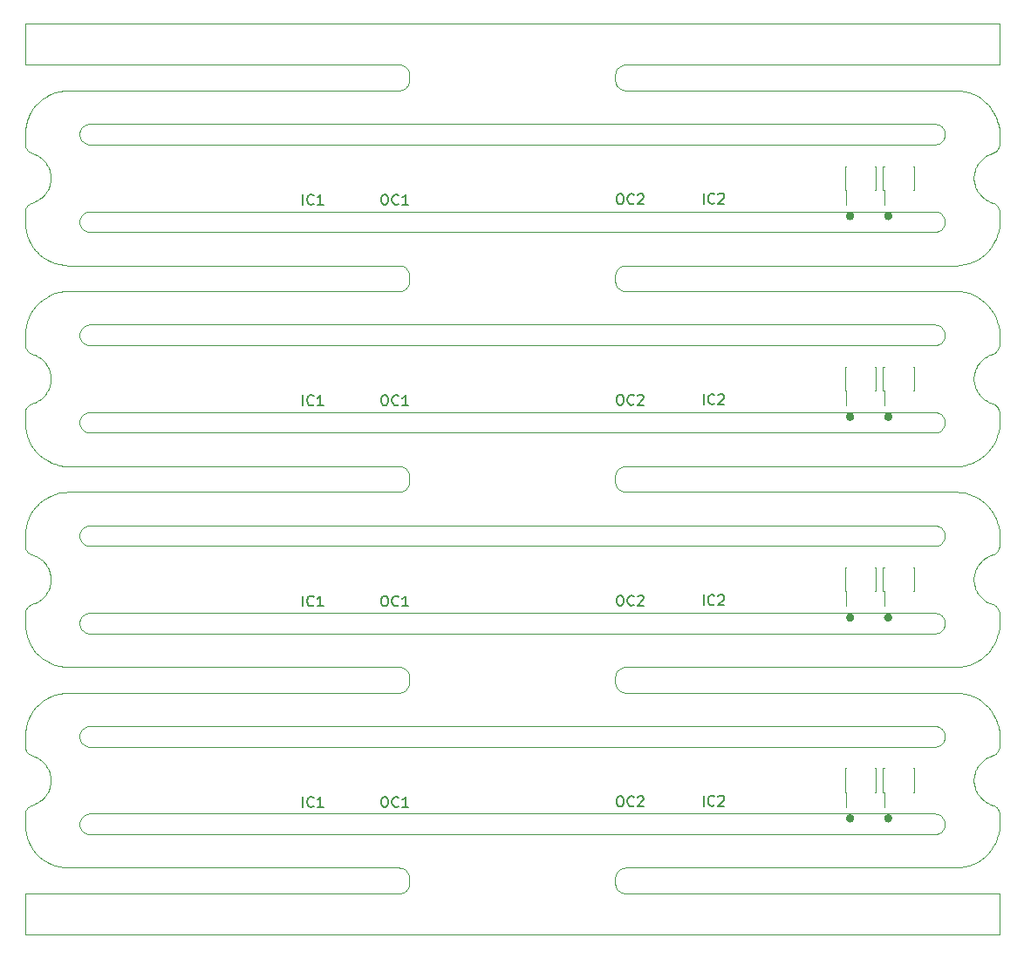
<source format=gbr>
G04 #@! TF.GenerationSoftware,KiCad,Pcbnew,5.1.5+dfsg1-2build2*
G04 #@! TF.CreationDate,2021-10-10T04:01:33+00:00*
G04 #@! TF.ProjectId,base_4.0,62617365-5f34-42e3-902e-6b696361645f,rev?*
G04 #@! TF.SameCoordinates,Original*
G04 #@! TF.FileFunction,Legend,Top*
G04 #@! TF.FilePolarity,Positive*
%FSLAX46Y46*%
G04 Gerber Fmt 4.6, Leading zero omitted, Abs format (unit mm)*
G04 Created by KiCad (PCBNEW 5.1.5+dfsg1-2build2) date 2021-10-10 04:01:33*
%MOMM*%
%LPD*%
G04 APERTURE LIST*
G04 #@! TA.AperFunction,Profile*
%ADD10C,0.100000*%
G04 #@! TD*
%ADD11C,0.120000*%
%ADD12C,0.400000*%
%ADD13C,0.150000*%
G04 APERTURE END LIST*
D10*
X138549900Y-102715900D02*
X138451100Y-102736200D01*
X138646400Y-102685700D02*
X138549900Y-102715900D01*
X138739300Y-102645900D02*
X138646400Y-102685700D01*
X138827600Y-102596800D02*
X138739300Y-102645900D01*
X138910600Y-102539100D02*
X138827600Y-102596800D01*
X138987300Y-102473300D02*
X138910600Y-102539100D01*
X139057100Y-102399800D02*
X138987300Y-102473300D01*
X139119000Y-102319900D02*
X139057100Y-102399800D01*
X139172400Y-102234100D02*
X139119000Y-102319900D01*
X139216900Y-102143400D02*
X139172400Y-102234100D01*
X139252000Y-102048600D02*
X139216900Y-102143400D01*
X139277300Y-101950700D02*
X139252000Y-102048600D01*
X139292600Y-101850800D02*
X139277300Y-101950700D01*
X139297700Y-101749900D02*
X139292600Y-101850800D01*
X139292600Y-101649200D02*
X139297700Y-101749900D01*
X139277300Y-101549300D02*
X139292600Y-101649200D01*
X139252000Y-101451500D02*
X139277300Y-101549300D01*
X139216900Y-101356700D02*
X139252000Y-101451500D01*
X139172400Y-101266000D02*
X139216900Y-101356700D01*
X139119000Y-101180200D02*
X139172400Y-101266000D01*
X139057100Y-101100300D02*
X139119000Y-101180200D01*
X138987300Y-101026800D02*
X139057100Y-101100300D01*
X138910600Y-100961000D02*
X138987300Y-101026800D01*
X138827600Y-100903300D02*
X138910600Y-100961000D01*
X138739300Y-100854200D02*
X138827600Y-100903300D01*
X138646600Y-100814500D02*
X138739300Y-100854200D01*
X138550200Y-100784200D02*
X138646600Y-100814500D01*
X138451200Y-100763800D02*
X138550200Y-100784200D01*
X138350700Y-100753600D02*
X138451200Y-100763800D01*
X138274800Y-100751000D02*
X138350700Y-100753600D01*
X56325400Y-100751000D02*
X138274800Y-100751000D01*
X56249200Y-100753600D02*
X56325400Y-100751000D01*
X56148800Y-100763800D02*
X56249200Y-100753600D01*
X56049800Y-100784200D02*
X56148800Y-100763800D01*
X55953400Y-100814500D02*
X56049800Y-100784200D01*
X55860500Y-100854300D02*
X55953400Y-100814500D01*
X55772100Y-100903400D02*
X55860500Y-100854300D01*
X55689200Y-100961100D02*
X55772100Y-100903400D01*
X55612500Y-101027000D02*
X55689200Y-100961100D01*
X55542900Y-101100300D02*
X55612500Y-101027000D01*
X55481000Y-101180200D02*
X55542900Y-101100300D01*
X55427600Y-101266000D02*
X55481000Y-101180200D01*
X55383100Y-101356700D02*
X55427600Y-101266000D01*
X55348100Y-101451200D02*
X55383100Y-101356700D01*
X55322700Y-101549100D02*
X55348100Y-101451200D01*
X55307400Y-101649000D02*
X55322700Y-101549100D01*
X55302300Y-101749900D02*
X55307400Y-101649000D01*
X55307400Y-101850800D02*
X55302300Y-101749900D01*
X55322700Y-101950700D02*
X55307400Y-101850800D01*
X55348000Y-102048600D02*
X55322700Y-101950700D01*
X55383100Y-102143400D02*
X55348000Y-102048600D01*
X55427600Y-102234100D02*
X55383100Y-102143400D01*
X55481000Y-102319900D02*
X55427600Y-102234100D01*
X55542900Y-102399800D02*
X55481000Y-102319900D01*
X55612500Y-102473100D02*
X55542900Y-102399800D01*
X55689200Y-102538900D02*
X55612500Y-102473100D01*
X55772100Y-102596700D02*
X55689200Y-102538900D01*
X55860500Y-102645700D02*
X55772100Y-102596700D01*
X55953400Y-102685600D02*
X55860500Y-102645700D01*
X56049800Y-102715900D02*
X55953400Y-102685600D01*
X56148800Y-102736200D02*
X56049800Y-102715900D01*
X56249300Y-102746500D02*
X56148800Y-102736200D01*
X56325200Y-102749000D02*
X56249300Y-102746500D01*
X138274900Y-102749000D02*
X56325200Y-102749000D01*
X138350500Y-102746500D02*
X138274900Y-102749000D01*
X138451100Y-102736200D02*
X138350500Y-102746500D01*
X138549900Y-94215900D02*
X138451100Y-94236200D01*
X138646400Y-94185700D02*
X138549900Y-94215900D01*
X138739300Y-94145900D02*
X138646400Y-94185700D01*
X138827600Y-94096800D02*
X138739300Y-94145900D01*
X138910600Y-94039100D02*
X138827600Y-94096800D01*
X138987300Y-93973300D02*
X138910600Y-94039100D01*
X139057100Y-93899800D02*
X138987300Y-93973300D01*
X139119000Y-93819900D02*
X139057100Y-93899800D01*
X139172400Y-93734100D02*
X139119000Y-93819900D01*
X139216900Y-93643400D02*
X139172400Y-93734100D01*
X139252000Y-93548600D02*
X139216900Y-93643400D01*
X139277300Y-93450700D02*
X139252000Y-93548600D01*
X139292600Y-93350800D02*
X139277300Y-93450700D01*
X139297700Y-93249900D02*
X139292600Y-93350800D01*
X139292600Y-93149200D02*
X139297700Y-93249900D01*
X139277300Y-93049300D02*
X139292600Y-93149200D01*
X139252000Y-92951500D02*
X139277300Y-93049300D01*
X139216900Y-92856700D02*
X139252000Y-92951500D01*
X139172400Y-92766000D02*
X139216900Y-92856700D01*
X139119000Y-92680200D02*
X139172400Y-92766000D01*
X139057100Y-92600300D02*
X139119000Y-92680200D01*
X138987300Y-92526800D02*
X139057100Y-92600300D01*
X138910600Y-92461000D02*
X138987300Y-92526800D01*
X138827600Y-92403300D02*
X138910600Y-92461000D01*
X138739300Y-92354200D02*
X138827600Y-92403300D01*
X138646600Y-92314500D02*
X138739300Y-92354200D01*
X138550200Y-92284200D02*
X138646600Y-92314500D01*
X138451200Y-92263800D02*
X138550200Y-92284200D01*
X138350700Y-92253600D02*
X138451200Y-92263800D01*
X138274800Y-92251000D02*
X138350700Y-92253600D01*
X56325400Y-92251000D02*
X138274800Y-92251000D01*
X56249200Y-92253600D02*
X56325400Y-92251000D01*
X56148800Y-92263800D02*
X56249200Y-92253600D01*
X56049800Y-92284200D02*
X56148800Y-92263800D01*
X55953400Y-92314500D02*
X56049800Y-92284200D01*
X55860500Y-92354300D02*
X55953400Y-92314500D01*
X55772100Y-92403400D02*
X55860500Y-92354300D01*
X55689200Y-92461100D02*
X55772100Y-92403400D01*
X55612500Y-92527000D02*
X55689200Y-92461100D01*
X55542900Y-92600300D02*
X55612500Y-92527000D01*
X55481000Y-92680200D02*
X55542900Y-92600300D01*
X55427600Y-92766000D02*
X55481000Y-92680200D01*
X55383100Y-92856700D02*
X55427600Y-92766000D01*
X55348100Y-92951200D02*
X55383100Y-92856700D01*
X55322700Y-93049100D02*
X55348100Y-92951200D01*
X55307400Y-93149000D02*
X55322700Y-93049100D01*
X55302300Y-93249900D02*
X55307400Y-93149000D01*
X55307400Y-93350800D02*
X55302300Y-93249900D01*
X55322700Y-93450700D02*
X55307400Y-93350800D01*
X55348000Y-93548600D02*
X55322700Y-93450700D01*
X55383100Y-93643400D02*
X55348000Y-93548600D01*
X55427600Y-93734100D02*
X55383100Y-93643400D01*
X55481000Y-93819900D02*
X55427600Y-93734100D01*
X55542900Y-93899800D02*
X55481000Y-93819900D01*
X55612500Y-93973100D02*
X55542900Y-93899800D01*
X55689200Y-94038900D02*
X55612500Y-93973100D01*
X55772100Y-94096700D02*
X55689200Y-94038900D01*
X55860500Y-94145700D02*
X55772100Y-94096700D01*
X55953400Y-94185600D02*
X55860500Y-94145700D01*
X56049800Y-94215900D02*
X55953400Y-94185600D01*
X56148800Y-94236200D02*
X56049800Y-94215900D01*
X56249300Y-94246500D02*
X56148800Y-94236200D01*
X56325200Y-94249000D02*
X56249300Y-94246500D01*
X138274900Y-94249000D02*
X56325200Y-94249000D01*
X138350500Y-94246500D02*
X138274900Y-94249000D01*
X138451100Y-94236200D02*
X138350500Y-94246500D01*
X138549900Y-83215900D02*
X138451000Y-83236200D01*
X138646400Y-83185700D02*
X138549900Y-83215900D01*
X138739300Y-83145800D02*
X138646400Y-83185700D01*
X138827600Y-83096800D02*
X138739300Y-83145800D01*
X138910600Y-83039100D02*
X138827600Y-83096800D01*
X138987300Y-82973300D02*
X138910600Y-83039100D01*
X139057100Y-82899800D02*
X138987300Y-82973300D01*
X139119000Y-82819900D02*
X139057100Y-82899800D01*
X139172400Y-82734100D02*
X139119000Y-82819900D01*
X139216900Y-82643300D02*
X139172400Y-82734100D01*
X139252000Y-82548600D02*
X139216900Y-82643300D01*
X139277300Y-82450700D02*
X139252000Y-82548600D01*
X139292600Y-82350800D02*
X139277300Y-82450700D01*
X139297700Y-82249900D02*
X139292600Y-82350800D01*
X139292600Y-82149200D02*
X139297700Y-82249900D01*
X139277300Y-82049300D02*
X139292600Y-82149200D01*
X139252000Y-81951500D02*
X139277300Y-82049300D01*
X139216900Y-81856700D02*
X139252000Y-81951500D01*
X139172400Y-81765900D02*
X139216900Y-81856700D01*
X139119000Y-81680200D02*
X139172400Y-81765900D01*
X139057100Y-81600200D02*
X139119000Y-81680200D01*
X138987300Y-81526800D02*
X139057100Y-81600200D01*
X138910600Y-81461000D02*
X138987300Y-81526800D01*
X138827600Y-81403200D02*
X138910600Y-81461000D01*
X138739300Y-81354200D02*
X138827600Y-81403200D01*
X138646600Y-81314500D02*
X138739300Y-81354200D01*
X138550200Y-81284200D02*
X138646600Y-81314500D01*
X138451200Y-81263800D02*
X138550200Y-81284200D01*
X138350700Y-81253600D02*
X138451200Y-81263800D01*
X138274800Y-81251000D02*
X138350700Y-81253600D01*
X56325300Y-81251000D02*
X138274800Y-81251000D01*
X56249200Y-81253600D02*
X56325300Y-81251000D01*
X56148800Y-81263800D02*
X56249200Y-81253600D01*
X56049800Y-81284200D02*
X56148800Y-81263800D01*
X55953400Y-81314500D02*
X56049800Y-81284200D01*
X55860500Y-81354300D02*
X55953400Y-81314500D01*
X55772100Y-81403400D02*
X55860500Y-81354300D01*
X55689200Y-81461100D02*
X55772100Y-81403400D01*
X55612500Y-81527000D02*
X55689200Y-81461100D01*
X55542900Y-81600200D02*
X55612500Y-81527000D01*
X55481000Y-81680200D02*
X55542900Y-81600200D01*
X55427600Y-81765900D02*
X55481000Y-81680200D01*
X55383100Y-81856700D02*
X55427600Y-81765900D01*
X55348100Y-81951200D02*
X55383100Y-81856700D01*
X55322700Y-82049000D02*
X55348100Y-81951200D01*
X55307400Y-82148900D02*
X55322700Y-82049000D01*
X55302300Y-82249900D02*
X55307400Y-82148900D01*
X55307400Y-82350800D02*
X55302300Y-82249900D01*
X55322700Y-82450700D02*
X55307400Y-82350800D01*
X55348000Y-82548600D02*
X55322700Y-82450700D01*
X55383100Y-82643300D02*
X55348000Y-82548600D01*
X55427600Y-82734100D02*
X55383100Y-82643300D01*
X55481000Y-82819900D02*
X55427600Y-82734100D01*
X55542900Y-82899800D02*
X55481000Y-82819900D01*
X55612500Y-82973100D02*
X55542900Y-82899800D01*
X55689200Y-83038900D02*
X55612500Y-82973100D01*
X55772100Y-83096700D02*
X55689200Y-83038900D01*
X55860500Y-83145700D02*
X55772100Y-83096700D01*
X55953400Y-83185600D02*
X55860500Y-83145700D01*
X56049800Y-83215800D02*
X55953400Y-83185600D01*
X56148800Y-83236200D02*
X56049800Y-83215800D01*
X56249300Y-83246400D02*
X56148800Y-83236200D01*
X56325200Y-83249000D02*
X56249300Y-83246400D01*
X138274800Y-83249000D02*
X56325200Y-83249000D01*
X138350600Y-83246400D02*
X138274800Y-83249000D01*
X138451000Y-83236200D02*
X138350600Y-83246400D01*
X138549900Y-74715900D02*
X138451000Y-74736200D01*
X138646400Y-74685700D02*
X138549900Y-74715900D01*
X138739300Y-74645800D02*
X138646400Y-74685700D01*
X138827600Y-74596800D02*
X138739300Y-74645800D01*
X138910600Y-74539100D02*
X138827600Y-74596800D01*
X138987300Y-74473300D02*
X138910600Y-74539100D01*
X139057100Y-74399800D02*
X138987300Y-74473300D01*
X139119000Y-74319900D02*
X139057100Y-74399800D01*
X139172400Y-74234100D02*
X139119000Y-74319900D01*
X139216900Y-74143300D02*
X139172400Y-74234100D01*
X139252000Y-74048600D02*
X139216900Y-74143300D01*
X139277300Y-73950700D02*
X139252000Y-74048600D01*
X139292600Y-73850800D02*
X139277300Y-73950700D01*
X139297700Y-73749900D02*
X139292600Y-73850800D01*
X139292600Y-73649200D02*
X139297700Y-73749900D01*
X139277300Y-73549300D02*
X139292600Y-73649200D01*
X139252000Y-73451500D02*
X139277300Y-73549300D01*
X139216900Y-73356700D02*
X139252000Y-73451500D01*
X139172400Y-73265900D02*
X139216900Y-73356700D01*
X139119000Y-73180200D02*
X139172400Y-73265900D01*
X139057100Y-73100200D02*
X139119000Y-73180200D01*
X138987300Y-73026800D02*
X139057100Y-73100200D01*
X138910600Y-72961000D02*
X138987300Y-73026800D01*
X138827600Y-72903200D02*
X138910600Y-72961000D01*
X138739300Y-72854200D02*
X138827600Y-72903200D01*
X138646600Y-72814500D02*
X138739300Y-72854200D01*
X138550200Y-72784200D02*
X138646600Y-72814500D01*
X138451200Y-72763800D02*
X138550200Y-72784200D01*
X138350700Y-72753600D02*
X138451200Y-72763800D01*
X138274800Y-72751000D02*
X138350700Y-72753600D01*
X56325300Y-72751000D02*
X138274800Y-72751000D01*
X56249200Y-72753600D02*
X56325300Y-72751000D01*
X56148800Y-72763800D02*
X56249200Y-72753600D01*
X56049800Y-72784200D02*
X56148800Y-72763800D01*
X55953400Y-72814500D02*
X56049800Y-72784200D01*
X55860500Y-72854300D02*
X55953400Y-72814500D01*
X55772100Y-72903400D02*
X55860500Y-72854300D01*
X55689200Y-72961100D02*
X55772100Y-72903400D01*
X55612500Y-73027000D02*
X55689200Y-72961100D01*
X55542900Y-73100200D02*
X55612500Y-73027000D01*
X55481000Y-73180200D02*
X55542900Y-73100200D01*
X55427600Y-73265900D02*
X55481000Y-73180200D01*
X55383100Y-73356700D02*
X55427600Y-73265900D01*
X55348100Y-73451200D02*
X55383100Y-73356700D01*
X55322700Y-73549000D02*
X55348100Y-73451200D01*
X55307400Y-73648900D02*
X55322700Y-73549000D01*
X55302300Y-73749900D02*
X55307400Y-73648900D01*
X55307400Y-73850800D02*
X55302300Y-73749900D01*
X55322700Y-73950700D02*
X55307400Y-73850800D01*
X55348000Y-74048600D02*
X55322700Y-73950700D01*
X55383100Y-74143300D02*
X55348000Y-74048600D01*
X55427600Y-74234100D02*
X55383100Y-74143300D01*
X55481000Y-74319900D02*
X55427600Y-74234100D01*
X55542900Y-74399800D02*
X55481000Y-74319900D01*
X55612500Y-74473100D02*
X55542900Y-74399800D01*
X55689200Y-74538900D02*
X55612500Y-74473100D01*
X55772100Y-74596700D02*
X55689200Y-74538900D01*
X55860500Y-74645700D02*
X55772100Y-74596700D01*
X55953400Y-74685600D02*
X55860500Y-74645700D01*
X56049800Y-74715800D02*
X55953400Y-74685600D01*
X56148800Y-74736200D02*
X56049800Y-74715800D01*
X56249300Y-74746400D02*
X56148800Y-74736200D01*
X56325200Y-74749000D02*
X56249300Y-74746400D01*
X138274800Y-74749000D02*
X56325200Y-74749000D01*
X138350600Y-74746400D02*
X138274800Y-74749000D01*
X138451000Y-74736200D02*
X138350600Y-74746400D01*
X138549900Y-63715900D02*
X138451000Y-63736200D01*
X138646400Y-63685700D02*
X138549900Y-63715900D01*
X138739300Y-63645800D02*
X138646400Y-63685700D01*
X138827600Y-63596800D02*
X138739300Y-63645800D01*
X138910600Y-63539100D02*
X138827600Y-63596800D01*
X138987300Y-63473200D02*
X138910600Y-63539100D01*
X139057100Y-63399800D02*
X138987300Y-63473200D01*
X139118800Y-63320100D02*
X139057100Y-63399800D01*
X139172300Y-63234300D02*
X139118800Y-63320100D01*
X139216800Y-63143600D02*
X139172300Y-63234300D01*
X139251900Y-63048800D02*
X139216800Y-63143600D01*
X139277300Y-62951000D02*
X139251900Y-63048800D01*
X139292600Y-62851100D02*
X139277300Y-62951000D01*
X139297700Y-62750100D02*
X139292600Y-62851100D01*
X139292600Y-62649200D02*
X139297700Y-62750100D01*
X139277300Y-62549300D02*
X139292600Y-62649200D01*
X139252000Y-62451500D02*
X139277300Y-62549300D01*
X139216800Y-62356400D02*
X139252000Y-62451500D01*
X139172300Y-62265700D02*
X139216800Y-62356400D01*
X139118800Y-62179900D02*
X139172300Y-62265700D01*
X139056900Y-62100000D02*
X139118800Y-62179900D01*
X138987300Y-62026800D02*
X139056900Y-62100000D01*
X138910600Y-61960900D02*
X138987300Y-62026800D01*
X138827600Y-61903200D02*
X138910600Y-61960900D01*
X138739500Y-61854300D02*
X138827600Y-61903200D01*
X138646600Y-61814400D02*
X138739500Y-61854300D01*
X138550200Y-61784200D02*
X138646600Y-61814400D01*
X138451200Y-61763800D02*
X138550200Y-61784200D01*
X138350700Y-61753600D02*
X138451200Y-61763800D01*
X138274800Y-61751000D02*
X138350700Y-61753600D01*
X56325200Y-61751000D02*
X138274800Y-61751000D01*
X56249300Y-61753600D02*
X56325200Y-61751000D01*
X56148800Y-61763800D02*
X56249300Y-61753600D01*
X56049800Y-61784200D02*
X56148800Y-61763800D01*
X55953400Y-61814400D02*
X56049800Y-61784200D01*
X55860500Y-61854300D02*
X55953400Y-61814400D01*
X55772100Y-61903400D02*
X55860500Y-61854300D01*
X55689200Y-61961100D02*
X55772100Y-61903400D01*
X55612500Y-62027000D02*
X55689200Y-61961100D01*
X55542900Y-62100200D02*
X55612500Y-62027000D01*
X55481000Y-62180200D02*
X55542900Y-62100200D01*
X55427600Y-62265900D02*
X55481000Y-62180200D01*
X55383100Y-62356700D02*
X55427600Y-62265900D01*
X55348000Y-62451500D02*
X55383100Y-62356700D01*
X55322700Y-62549000D02*
X55348000Y-62451500D01*
X55307400Y-62648900D02*
X55322700Y-62549000D01*
X55302300Y-62749900D02*
X55307400Y-62648900D01*
X55307400Y-62850800D02*
X55302300Y-62749900D01*
X55322700Y-62950700D02*
X55307400Y-62850800D01*
X55348000Y-63048500D02*
X55322700Y-62950700D01*
X55383100Y-63143300D02*
X55348000Y-63048500D01*
X55427600Y-63234100D02*
X55383100Y-63143300D01*
X55481000Y-63319900D02*
X55427600Y-63234100D01*
X55542900Y-63399800D02*
X55481000Y-63319900D01*
X55612500Y-63473000D02*
X55542900Y-63399800D01*
X55689200Y-63538900D02*
X55612500Y-63473000D01*
X55772100Y-63596600D02*
X55689200Y-63538900D01*
X55860500Y-63645700D02*
X55772100Y-63596600D01*
X55953400Y-63685600D02*
X55860500Y-63645700D01*
X56049800Y-63715800D02*
X55953400Y-63685600D01*
X56148800Y-63736200D02*
X56049800Y-63715800D01*
X56249300Y-63746400D02*
X56148800Y-63736200D01*
X56325200Y-63749000D02*
X56249300Y-63746400D01*
X138274800Y-63749000D02*
X56325200Y-63749000D01*
X138350700Y-63746400D02*
X138274800Y-63749000D01*
X138451000Y-63736200D02*
X138350700Y-63746400D01*
X138549900Y-55215900D02*
X138451000Y-55236200D01*
X138646400Y-55185700D02*
X138549900Y-55215900D01*
X138739300Y-55145800D02*
X138646400Y-55185700D01*
X138827600Y-55096800D02*
X138739300Y-55145800D01*
X138910600Y-55039100D02*
X138827600Y-55096800D01*
X138987300Y-54973200D02*
X138910600Y-55039100D01*
X139057100Y-54899800D02*
X138987300Y-54973200D01*
X139118800Y-54820100D02*
X139057100Y-54899800D01*
X139172300Y-54734300D02*
X139118800Y-54820100D01*
X139216800Y-54643600D02*
X139172300Y-54734300D01*
X139251900Y-54548800D02*
X139216800Y-54643600D01*
X139277300Y-54451000D02*
X139251900Y-54548800D01*
X139292600Y-54351100D02*
X139277300Y-54451000D01*
X139297700Y-54250100D02*
X139292600Y-54351100D01*
X139292600Y-54149200D02*
X139297700Y-54250100D01*
X139277300Y-54049300D02*
X139292600Y-54149200D01*
X139252000Y-53951500D02*
X139277300Y-54049300D01*
X139216800Y-53856400D02*
X139252000Y-53951500D01*
X139172300Y-53765700D02*
X139216800Y-53856400D01*
X139118800Y-53679900D02*
X139172300Y-53765700D01*
X139056900Y-53600000D02*
X139118800Y-53679900D01*
X138987300Y-53526800D02*
X139056900Y-53600000D01*
X138910600Y-53460900D02*
X138987300Y-53526800D01*
X138827600Y-53403200D02*
X138910600Y-53460900D01*
X138739500Y-53354300D02*
X138827600Y-53403200D01*
X138646600Y-53314400D02*
X138739500Y-53354300D01*
X138550200Y-53284200D02*
X138646600Y-53314400D01*
X138451200Y-53263800D02*
X138550200Y-53284200D01*
X138350700Y-53253600D02*
X138451200Y-53263800D01*
X138274800Y-53251000D02*
X138350700Y-53253600D01*
X56325200Y-53251000D02*
X138274800Y-53251000D01*
X56249300Y-53253600D02*
X56325200Y-53251000D01*
X56148800Y-53263800D02*
X56249300Y-53253600D01*
X56049800Y-53284200D02*
X56148800Y-53263800D01*
X55953400Y-53314400D02*
X56049800Y-53284200D01*
X55860500Y-53354300D02*
X55953400Y-53314400D01*
X55772100Y-53403400D02*
X55860500Y-53354300D01*
X55689200Y-53461100D02*
X55772100Y-53403400D01*
X55612500Y-53527000D02*
X55689200Y-53461100D01*
X55542900Y-53600200D02*
X55612500Y-53527000D01*
X55481000Y-53680200D02*
X55542900Y-53600200D01*
X55427600Y-53765900D02*
X55481000Y-53680200D01*
X55383100Y-53856700D02*
X55427600Y-53765900D01*
X55348000Y-53951500D02*
X55383100Y-53856700D01*
X55322700Y-54049000D02*
X55348000Y-53951500D01*
X55307400Y-54148900D02*
X55322700Y-54049000D01*
X55302300Y-54249900D02*
X55307400Y-54148900D01*
X55307400Y-54350800D02*
X55302300Y-54249900D01*
X55322700Y-54450700D02*
X55307400Y-54350800D01*
X55348000Y-54548500D02*
X55322700Y-54450700D01*
X55383100Y-54643300D02*
X55348000Y-54548500D01*
X55427600Y-54734100D02*
X55383100Y-54643300D01*
X55481000Y-54819900D02*
X55427600Y-54734100D01*
X55542900Y-54899800D02*
X55481000Y-54819900D01*
X55612500Y-54973000D02*
X55542900Y-54899800D01*
X55689200Y-55038900D02*
X55612500Y-54973000D01*
X55772100Y-55096600D02*
X55689200Y-55038900D01*
X55860500Y-55145700D02*
X55772100Y-55096600D01*
X55953400Y-55185600D02*
X55860500Y-55145700D01*
X56049800Y-55215800D02*
X55953400Y-55185600D01*
X56148800Y-55236200D02*
X56049800Y-55215800D01*
X56249300Y-55246400D02*
X56148800Y-55236200D01*
X56325200Y-55249000D02*
X56249300Y-55246400D01*
X138274800Y-55249000D02*
X56325200Y-55249000D01*
X138350700Y-55246400D02*
X138274800Y-55249000D01*
X138451000Y-55236200D02*
X138350700Y-55246400D01*
X138550200Y-122215900D02*
X138450700Y-122236300D01*
X138646600Y-122185600D02*
X138550200Y-122215900D01*
X138739500Y-122145700D02*
X138646600Y-122185600D01*
X138827900Y-122096700D02*
X138739500Y-122145700D01*
X138910800Y-122038900D02*
X138827900Y-122096700D01*
X138987500Y-121973100D02*
X138910800Y-122038900D01*
X139057100Y-121899800D02*
X138987500Y-121973100D01*
X139119000Y-121819900D02*
X139057100Y-121899800D01*
X139172400Y-121734100D02*
X139119000Y-121819900D01*
X139216900Y-121643400D02*
X139172400Y-121734100D01*
X139252000Y-121548600D02*
X139216900Y-121643400D01*
X139277300Y-121450800D02*
X139252000Y-121548600D01*
X139292600Y-121350900D02*
X139277300Y-121450800D01*
X139297700Y-121249900D02*
X139292600Y-121350900D01*
X139292600Y-121149300D02*
X139297700Y-121249900D01*
X139277300Y-121049300D02*
X139292600Y-121149300D01*
X139252000Y-120951500D02*
X139277300Y-121049300D01*
X139216900Y-120856700D02*
X139252000Y-120951500D01*
X139172400Y-120766000D02*
X139216900Y-120856700D01*
X139119000Y-120680200D02*
X139172400Y-120766000D01*
X139057100Y-120600300D02*
X139119000Y-120680200D01*
X138987300Y-120526800D02*
X139057100Y-120600300D01*
X138910600Y-120461000D02*
X138987300Y-120526800D01*
X138827600Y-120403300D02*
X138910600Y-120461000D01*
X138739300Y-120354200D02*
X138827600Y-120403300D01*
X138646600Y-120314500D02*
X138739300Y-120354200D01*
X138550200Y-120284200D02*
X138646600Y-120314500D01*
X138451200Y-120263900D02*
X138550200Y-120284200D01*
X138350700Y-120253600D02*
X138451200Y-120263900D01*
X138274800Y-120251100D02*
X138350700Y-120253600D01*
X56325000Y-120251100D02*
X138274800Y-120251100D01*
X56249600Y-120253600D02*
X56325000Y-120251100D01*
X56148800Y-120263900D02*
X56249600Y-120253600D01*
X56049800Y-120284200D02*
X56148800Y-120263900D01*
X55953400Y-120314500D02*
X56049800Y-120284200D01*
X55860500Y-120354400D02*
X55953400Y-120314500D01*
X55772100Y-120403400D02*
X55860500Y-120354400D01*
X55689200Y-120461200D02*
X55772100Y-120403400D01*
X55612500Y-120527000D02*
X55689200Y-120461200D01*
X55542900Y-120600300D02*
X55612500Y-120527000D01*
X55481000Y-120680200D02*
X55542900Y-120600300D01*
X55427600Y-120766000D02*
X55481000Y-120680200D01*
X55383100Y-120856700D02*
X55427600Y-120766000D01*
X55348100Y-120951200D02*
X55383100Y-120856700D01*
X55322700Y-121049100D02*
X55348100Y-120951200D01*
X55307400Y-121149000D02*
X55322700Y-121049100D01*
X55302300Y-121249900D02*
X55307400Y-121149000D01*
X55307400Y-121350900D02*
X55302300Y-121249900D01*
X55322700Y-121450800D02*
X55307400Y-121350900D01*
X55348000Y-121548600D02*
X55322700Y-121450800D01*
X55383100Y-121643400D02*
X55348000Y-121548600D01*
X55427600Y-121734100D02*
X55383100Y-121643400D01*
X55481000Y-121819900D02*
X55427600Y-121734100D01*
X55542900Y-121899800D02*
X55481000Y-121819900D01*
X55612500Y-121973100D02*
X55542900Y-121899800D01*
X55689200Y-122038900D02*
X55612500Y-121973100D01*
X55772100Y-122096700D02*
X55689200Y-122038900D01*
X55860500Y-122145700D02*
X55772100Y-122096700D01*
X55953400Y-122185600D02*
X55860500Y-122145700D01*
X56049800Y-122215900D02*
X55953400Y-122185600D01*
X56148800Y-122236200D02*
X56049800Y-122215900D01*
X56249300Y-122246500D02*
X56148800Y-122236200D01*
X56325200Y-122249100D02*
X56249300Y-122246500D01*
X138274500Y-122249100D02*
X56325200Y-122249100D01*
X138350900Y-122246500D02*
X138274500Y-122249100D01*
X138450700Y-122236300D02*
X138350900Y-122246500D01*
X138550200Y-113715900D02*
X138450700Y-113736300D01*
X138646600Y-113685600D02*
X138550200Y-113715900D01*
X138739500Y-113645700D02*
X138646600Y-113685600D01*
X138827900Y-113596700D02*
X138739500Y-113645700D01*
X138910800Y-113538900D02*
X138827900Y-113596700D01*
X138987500Y-113473100D02*
X138910800Y-113538900D01*
X139057100Y-113399800D02*
X138987500Y-113473100D01*
X139119000Y-113319900D02*
X139057100Y-113399800D01*
X139172400Y-113234100D02*
X139119000Y-113319900D01*
X139216900Y-113143400D02*
X139172400Y-113234100D01*
X139252000Y-113048600D02*
X139216900Y-113143400D01*
X139277300Y-112950800D02*
X139252000Y-113048600D01*
X139292600Y-112850900D02*
X139277300Y-112950800D01*
X139297700Y-112749900D02*
X139292600Y-112850900D01*
X139292600Y-112649300D02*
X139297700Y-112749900D01*
X139277300Y-112549300D02*
X139292600Y-112649300D01*
X139252000Y-112451500D02*
X139277300Y-112549300D01*
X139216900Y-112356700D02*
X139252000Y-112451500D01*
X139172400Y-112266000D02*
X139216900Y-112356700D01*
X139119000Y-112180200D02*
X139172400Y-112266000D01*
X139057100Y-112100300D02*
X139119000Y-112180200D01*
X138987300Y-112026800D02*
X139057100Y-112100300D01*
X138910600Y-111961000D02*
X138987300Y-112026800D01*
X138827600Y-111903300D02*
X138910600Y-111961000D01*
X138739300Y-111854200D02*
X138827600Y-111903300D01*
X138646600Y-111814500D02*
X138739300Y-111854200D01*
X138550200Y-111784200D02*
X138646600Y-111814500D01*
X138451200Y-111763900D02*
X138550200Y-111784200D01*
X138350700Y-111753600D02*
X138451200Y-111763900D01*
X138274800Y-111751100D02*
X138350700Y-111753600D01*
X56325000Y-111751100D02*
X138274800Y-111751100D01*
X56249600Y-111753600D02*
X56325000Y-111751100D01*
X56148800Y-111763900D02*
X56249600Y-111753600D01*
X56049800Y-111784200D02*
X56148800Y-111763900D01*
X55953400Y-111814500D02*
X56049800Y-111784200D01*
X55860500Y-111854400D02*
X55953400Y-111814500D01*
X55772100Y-111903400D02*
X55860500Y-111854400D01*
X55689200Y-111961200D02*
X55772100Y-111903400D01*
X55612500Y-112027000D02*
X55689200Y-111961200D01*
X55542900Y-112100300D02*
X55612500Y-112027000D01*
X55481000Y-112180200D02*
X55542900Y-112100300D01*
X55427600Y-112266000D02*
X55481000Y-112180200D01*
X55383100Y-112356700D02*
X55427600Y-112266000D01*
X55348100Y-112451200D02*
X55383100Y-112356700D01*
X55322700Y-112549100D02*
X55348100Y-112451200D01*
X55307400Y-112649000D02*
X55322700Y-112549100D01*
X55302300Y-112749900D02*
X55307400Y-112649000D01*
X55307400Y-112850900D02*
X55302300Y-112749900D01*
X55322700Y-112950800D02*
X55307400Y-112850900D01*
X55348000Y-113048600D02*
X55322700Y-112950800D01*
X55383100Y-113143400D02*
X55348000Y-113048600D01*
X55427600Y-113234100D02*
X55383100Y-113143400D01*
X55481000Y-113319900D02*
X55427600Y-113234100D01*
X55542900Y-113399800D02*
X55481000Y-113319900D01*
X55612500Y-113473100D02*
X55542900Y-113399800D01*
X55689200Y-113538900D02*
X55612500Y-113473100D01*
X55772100Y-113596700D02*
X55689200Y-113538900D01*
X55860500Y-113645700D02*
X55772100Y-113596700D01*
X55953400Y-113685600D02*
X55860500Y-113645700D01*
X56049800Y-113715900D02*
X55953400Y-113685600D01*
X56148800Y-113736200D02*
X56049800Y-113715900D01*
X56249300Y-113746500D02*
X56148800Y-113736200D01*
X56325200Y-113749100D02*
X56249300Y-113746500D01*
X138274500Y-113749100D02*
X56325200Y-113749100D01*
X138350900Y-113746500D02*
X138274500Y-113749100D01*
X138450700Y-113736300D02*
X138350900Y-113746500D01*
X144576500Y-43499000D02*
X50009200Y-43499700D01*
X144591800Y-43499800D02*
X144576500Y-43499000D01*
X144597000Y-43502300D02*
X144591800Y-43499800D01*
X144600200Y-43508200D02*
X144597000Y-43502300D01*
X144601000Y-43523500D02*
X144600200Y-43508200D01*
X144601000Y-47475500D02*
X144601000Y-43523500D01*
X144599700Y-47492700D02*
X144601000Y-47475500D01*
X144597000Y-47496700D02*
X144599700Y-47492700D01*
X144591800Y-47499200D02*
X144597000Y-47496700D01*
X108291300Y-47500000D02*
X144591800Y-47499200D01*
X108194000Y-47504800D02*
X108291300Y-47500000D01*
X108097900Y-47519000D02*
X108194000Y-47504800D01*
X108003600Y-47542600D02*
X108097900Y-47519000D01*
X107912200Y-47575400D02*
X108003600Y-47542600D01*
X107824300Y-47616900D02*
X107912200Y-47575400D01*
X107741000Y-47666900D02*
X107824300Y-47616900D01*
X107663000Y-47724700D02*
X107741000Y-47666900D01*
X107591000Y-47790000D02*
X107663000Y-47724700D01*
X107525700Y-47862000D02*
X107591000Y-47790000D01*
X107467900Y-47940000D02*
X107525700Y-47862000D01*
X107417900Y-48023300D02*
X107467900Y-47940000D01*
X107376400Y-48111100D02*
X107417900Y-48023300D01*
X107343700Y-48202600D02*
X107376400Y-48111100D01*
X107320000Y-48296900D02*
X107343700Y-48202600D01*
X107305800Y-48393000D02*
X107320000Y-48296900D01*
X107301000Y-48490200D02*
X107305800Y-48393000D01*
X107301000Y-49008800D02*
X107301000Y-48490200D01*
X107305800Y-49106000D02*
X107301000Y-49008800D01*
X107320000Y-49202100D02*
X107305800Y-49106000D01*
X107343700Y-49296400D02*
X107320000Y-49202100D01*
X107376400Y-49387900D02*
X107343700Y-49296400D01*
X107417900Y-49475700D02*
X107376400Y-49387900D01*
X107467900Y-49559000D02*
X107417900Y-49475700D01*
X107525700Y-49637000D02*
X107467900Y-49559000D01*
X107591000Y-49709000D02*
X107525700Y-49637000D01*
X107663000Y-49774300D02*
X107591000Y-49709000D01*
X107741000Y-49832100D02*
X107663000Y-49774300D01*
X107824300Y-49882100D02*
X107741000Y-49832100D01*
X107912200Y-49923600D02*
X107824300Y-49882100D01*
X108003600Y-49956400D02*
X107912200Y-49923600D01*
X108097900Y-49980000D02*
X108003600Y-49956400D01*
X108194000Y-49994200D02*
X108097900Y-49980000D01*
X108291300Y-49999000D02*
X108194000Y-49994200D01*
X140343400Y-49999000D02*
X108291300Y-49999000D01*
X140794600Y-50022700D02*
X140343400Y-49999000D01*
X141220800Y-50089800D02*
X140794600Y-50022700D01*
X141246500Y-50095300D02*
X141220800Y-50089800D01*
X141663300Y-50207300D02*
X141246500Y-50095300D01*
X142066700Y-50361800D02*
X141663300Y-50207300D01*
X142090700Y-50372500D02*
X142066700Y-50361800D01*
X142475100Y-50568700D02*
X142090700Y-50372500D01*
X142848300Y-50811000D02*
X142475100Y-50568700D01*
X143194500Y-51091300D02*
X142848300Y-50811000D01*
X143499800Y-51396200D02*
X143194500Y-51091300D01*
X143517400Y-51415700D02*
X143499800Y-51396200D01*
X143780800Y-51741100D02*
X143517400Y-51415700D01*
X143796300Y-51762300D02*
X143780800Y-51741100D01*
X144031100Y-52124500D02*
X143796300Y-51762300D01*
X144227500Y-52509200D02*
X144031100Y-52124500D01*
X144238200Y-52533200D02*
X144227500Y-52509200D01*
X144388200Y-52924100D02*
X144238200Y-52533200D01*
X144396300Y-52949100D02*
X144388200Y-52924100D01*
X144507800Y-53366500D02*
X144396300Y-52949100D01*
X144577300Y-53805500D02*
X144507800Y-53366500D01*
X144600900Y-54250100D02*
X144577300Y-53805500D01*
X144600900Y-55145800D02*
X144600900Y-54250100D01*
X144595900Y-55244100D02*
X144600900Y-55145800D01*
X144583400Y-55329600D02*
X144595900Y-55244100D01*
X144578600Y-55353900D02*
X144583400Y-55329600D01*
X144553400Y-55449200D02*
X144578600Y-55353900D01*
X144524000Y-55530000D02*
X144553400Y-55449200D01*
X144487300Y-55608200D02*
X144524000Y-55530000D01*
X144475600Y-55630000D02*
X144487300Y-55608200D01*
X144430700Y-55703900D02*
X144475600Y-55630000D01*
X144372100Y-55782500D02*
X144430700Y-55703900D01*
X144314100Y-55846600D02*
X144372100Y-55782500D01*
X144296500Y-55864100D02*
X144314100Y-55846600D01*
X144232100Y-55921700D02*
X144296500Y-55864100D01*
X144152700Y-55980100D02*
X144232100Y-55921700D01*
X144057300Y-56035700D02*
X144152700Y-55980100D01*
X143978600Y-56072200D02*
X144057300Y-56035700D01*
X143700100Y-56170700D02*
X143978600Y-56072200D01*
X143609400Y-56207800D02*
X143700100Y-56170700D01*
X143475300Y-56270600D02*
X143609400Y-56207800D01*
X143388700Y-56316400D02*
X143475300Y-56270600D01*
X143261400Y-56392000D02*
X143388700Y-56316400D01*
X143179800Y-56446200D02*
X143261400Y-56392000D01*
X143060600Y-56533900D02*
X143179800Y-56446200D01*
X142984600Y-56595900D02*
X143060600Y-56533900D01*
X142874600Y-56694900D02*
X142984600Y-56595900D01*
X142805100Y-56764000D02*
X142874600Y-56694900D01*
X142705400Y-56873400D02*
X142805100Y-56764000D01*
X142643000Y-56949000D02*
X142705400Y-56873400D01*
X142554500Y-57067700D02*
X142643000Y-56949000D01*
X142499900Y-57149100D02*
X142554500Y-57067700D01*
X142423600Y-57275900D02*
X142499900Y-57149100D01*
X142377200Y-57362300D02*
X142423600Y-57275900D01*
X142313700Y-57496000D02*
X142377200Y-57362300D01*
X142276000Y-57586500D02*
X142313700Y-57496000D01*
X142226000Y-57725800D02*
X142276000Y-57586500D01*
X142197400Y-57819500D02*
X142226000Y-57725800D01*
X142161300Y-57963100D02*
X142197400Y-57819500D01*
X142142200Y-58059200D02*
X142161300Y-57963100D01*
X142120400Y-58205600D02*
X142142200Y-58059200D01*
X142110700Y-58303100D02*
X142120400Y-58205600D01*
X142103400Y-58451000D02*
X142110700Y-58303100D01*
X142103400Y-58549000D02*
X142103400Y-58451000D01*
X142110700Y-58696900D02*
X142103400Y-58549000D01*
X142120400Y-58794400D02*
X142110700Y-58696900D01*
X142142200Y-58940800D02*
X142120400Y-58794400D01*
X142161300Y-59036900D02*
X142142200Y-58940800D01*
X142197400Y-59180500D02*
X142161300Y-59036900D01*
X142226000Y-59274200D02*
X142197400Y-59180500D01*
X142276000Y-59413500D02*
X142226000Y-59274200D01*
X142313700Y-59504000D02*
X142276000Y-59413500D01*
X142377200Y-59637700D02*
X142313700Y-59504000D01*
X142423600Y-59724100D02*
X142377200Y-59637700D01*
X142499900Y-59850900D02*
X142423600Y-59724100D01*
X142554500Y-59932300D02*
X142499900Y-59850900D01*
X142643000Y-60051000D02*
X142554500Y-59932300D01*
X142705400Y-60126600D02*
X142643000Y-60051000D01*
X142805100Y-60236000D02*
X142705400Y-60126600D01*
X142874600Y-60305100D02*
X142805100Y-60236000D01*
X142984600Y-60404100D02*
X142874600Y-60305100D01*
X143060600Y-60466100D02*
X142984600Y-60404100D01*
X143179800Y-60553800D02*
X143060600Y-60466100D01*
X143261500Y-60608000D02*
X143179800Y-60553800D01*
X143388700Y-60683600D02*
X143261500Y-60608000D01*
X143475300Y-60729500D02*
X143388700Y-60683600D01*
X143609400Y-60792200D02*
X143475300Y-60729500D01*
X143700100Y-60829300D02*
X143609400Y-60792200D01*
X143979100Y-60928000D02*
X143700100Y-60829300D01*
X144068400Y-60969800D02*
X143979100Y-60928000D01*
X144162800Y-61027000D02*
X144068400Y-60969800D01*
X144241700Y-61086500D02*
X144162800Y-61027000D01*
X144305400Y-61144300D02*
X144241700Y-61086500D01*
X144363800Y-61207900D02*
X144305400Y-61144300D01*
X144379500Y-61227000D02*
X144363800Y-61207900D01*
X144430700Y-61296100D02*
X144379500Y-61227000D01*
X144481800Y-61381000D02*
X144430700Y-61296100D01*
X144524100Y-61470000D02*
X144481800Y-61381000D01*
X144557400Y-61562800D02*
X144524100Y-61470000D01*
X144581400Y-61658400D02*
X144557400Y-61562800D01*
X144594300Y-61743400D02*
X144581400Y-61658400D01*
X144596800Y-61768000D02*
X144594300Y-61743400D01*
X144601000Y-61860300D02*
X144596800Y-61768000D01*
X144600900Y-62749900D02*
X144601000Y-61860300D01*
X144578400Y-63181200D02*
X144600900Y-62749900D01*
X144575700Y-63207300D02*
X144578400Y-63181200D01*
X144510200Y-63620800D02*
X144575700Y-63207300D01*
X144504700Y-63646500D02*
X144510200Y-63620800D01*
X144392700Y-64063300D02*
X144504700Y-63646500D01*
X144238200Y-64466700D02*
X144392700Y-64063300D01*
X144227500Y-64490700D02*
X144238200Y-64466700D01*
X144031300Y-64875100D02*
X144227500Y-64490700D01*
X143788700Y-65248700D02*
X144031300Y-64875100D01*
X143517400Y-65584200D02*
X143788700Y-65248700D01*
X143499800Y-65603800D02*
X143517400Y-65584200D01*
X143194400Y-65908700D02*
X143499800Y-65603800D01*
X142858900Y-66180800D02*
X143194400Y-65908700D01*
X142837700Y-66196300D02*
X142858900Y-66180800D01*
X142475500Y-66431100D02*
X142837700Y-66196300D01*
X142078600Y-66633300D02*
X142475500Y-66431100D01*
X141663300Y-66792700D02*
X142078600Y-66633300D01*
X141233500Y-66907800D02*
X141663300Y-66792700D01*
X140794000Y-66977400D02*
X141233500Y-66907800D01*
X140343600Y-67001000D02*
X140794000Y-66977400D01*
X108291300Y-67001000D02*
X140343600Y-67001000D01*
X108194000Y-67005800D02*
X108291300Y-67001000D01*
X108097900Y-67020000D02*
X108194000Y-67005800D01*
X108003600Y-67043600D02*
X108097900Y-67020000D01*
X107912200Y-67076400D02*
X108003600Y-67043600D01*
X107824300Y-67117900D02*
X107912200Y-67076400D01*
X107741000Y-67167900D02*
X107824300Y-67117900D01*
X107663000Y-67225700D02*
X107741000Y-67167900D01*
X107591000Y-67291000D02*
X107663000Y-67225700D01*
X107525700Y-67363000D02*
X107591000Y-67291000D01*
X107467900Y-67441000D02*
X107525700Y-67363000D01*
X107417900Y-67524300D02*
X107467900Y-67441000D01*
X107376400Y-67612100D02*
X107417900Y-67524300D01*
X107343700Y-67703600D02*
X107376400Y-67612100D01*
X107320000Y-67797900D02*
X107343700Y-67703600D01*
X107305800Y-67894000D02*
X107320000Y-67797900D01*
X107301000Y-67991200D02*
X107305800Y-67894000D01*
X107301000Y-68508800D02*
X107301000Y-67991200D01*
X107305800Y-68606000D02*
X107301000Y-68508800D01*
X107320000Y-68702100D02*
X107305800Y-68606000D01*
X107343700Y-68796400D02*
X107320000Y-68702100D01*
X107376400Y-68887900D02*
X107343700Y-68796400D01*
X107417900Y-68975700D02*
X107376400Y-68887900D01*
X107467900Y-69059000D02*
X107417900Y-68975700D01*
X107525700Y-69137000D02*
X107467900Y-69059000D01*
X107591000Y-69209000D02*
X107525700Y-69137000D01*
X107663000Y-69274300D02*
X107591000Y-69209000D01*
X107741000Y-69332200D02*
X107663000Y-69274300D01*
X107824300Y-69382100D02*
X107741000Y-69332200D01*
X107912200Y-69423600D02*
X107824300Y-69382100D01*
X108003600Y-69456400D02*
X107912200Y-69423600D01*
X108097900Y-69480000D02*
X108003600Y-69456400D01*
X108194000Y-69494200D02*
X108097900Y-69480000D01*
X108291300Y-69499000D02*
X108194000Y-69494200D01*
X140350200Y-69499100D02*
X108291300Y-69499000D01*
X140794600Y-69522700D02*
X140350200Y-69499100D01*
X141233500Y-69592200D02*
X140794600Y-69522700D01*
X141663300Y-69707300D02*
X141233500Y-69592200D01*
X142066700Y-69861800D02*
X141663300Y-69707300D01*
X142090700Y-69872500D02*
X142066700Y-69861800D01*
X142463800Y-70062600D02*
X142090700Y-69872500D01*
X142486500Y-70075700D02*
X142463800Y-70062600D01*
X142848700Y-70311300D02*
X142486500Y-70075700D01*
X143184200Y-70582600D02*
X142848700Y-70311300D01*
X143203800Y-70600200D02*
X143184200Y-70582600D01*
X143499800Y-70896200D02*
X143203800Y-70600200D01*
X143517400Y-70915800D02*
X143499800Y-70896200D01*
X143788700Y-71251400D02*
X143517400Y-70915800D01*
X144024300Y-71613500D02*
X143788700Y-71251400D01*
X144037400Y-71636200D02*
X144024300Y-71613500D01*
X144233100Y-72020900D02*
X144037400Y-71636200D01*
X144392500Y-72436300D02*
X144233100Y-72020900D01*
X144507700Y-72866000D02*
X144392500Y-72436300D01*
X144577400Y-73306000D02*
X144507700Y-72866000D01*
X144601000Y-73756400D02*
X144577400Y-73306000D01*
X144601000Y-74639900D02*
X144601000Y-73756400D01*
X144596800Y-74732000D02*
X144601000Y-74639900D01*
X144594300Y-74756600D02*
X144596800Y-74732000D01*
X144581300Y-74842100D02*
X144594300Y-74756600D01*
X144557200Y-74937700D02*
X144581300Y-74842100D01*
X144524000Y-75030000D02*
X144557200Y-74937700D01*
X144481800Y-75119100D02*
X144524000Y-75030000D01*
X144430900Y-75203500D02*
X144481800Y-75119100D01*
X144372100Y-75282600D02*
X144430900Y-75203500D01*
X144305700Y-75355400D02*
X144372100Y-75282600D01*
X144241700Y-75413500D02*
X144305700Y-75355400D01*
X144222500Y-75429100D02*
X144241700Y-75413500D01*
X144153100Y-75479900D02*
X144222500Y-75429100D01*
X144067900Y-75530500D02*
X144153100Y-75479900D01*
X143978600Y-75572200D02*
X144067900Y-75530500D01*
X143700100Y-75670700D02*
X143978600Y-75572200D01*
X143609400Y-75707800D02*
X143700100Y-75670700D01*
X143475300Y-75770600D02*
X143609400Y-75707800D01*
X143388700Y-75816400D02*
X143475300Y-75770600D01*
X143261400Y-75892000D02*
X143388700Y-75816400D01*
X143179800Y-75946200D02*
X143261400Y-75892000D01*
X143060600Y-76033900D02*
X143179800Y-75946200D01*
X142984600Y-76095900D02*
X143060600Y-76033900D01*
X142874600Y-76194900D02*
X142984600Y-76095900D01*
X142805100Y-76264000D02*
X142874600Y-76194900D01*
X142705400Y-76373400D02*
X142805100Y-76264000D01*
X142643000Y-76449000D02*
X142705400Y-76373400D01*
X142554500Y-76567700D02*
X142643000Y-76449000D01*
X142499900Y-76649100D02*
X142554500Y-76567700D01*
X142423600Y-76775900D02*
X142499900Y-76649100D01*
X142377200Y-76862300D02*
X142423600Y-76775900D01*
X142313700Y-76996000D02*
X142377200Y-76862300D01*
X142276000Y-77086500D02*
X142313700Y-76996000D01*
X142226000Y-77225800D02*
X142276000Y-77086500D01*
X142197400Y-77319500D02*
X142226000Y-77225800D01*
X142161300Y-77463100D02*
X142197400Y-77319500D01*
X142142200Y-77559200D02*
X142161300Y-77463100D01*
X142120400Y-77705600D02*
X142142200Y-77559200D01*
X142110700Y-77803200D02*
X142120400Y-77705600D01*
X142103400Y-77951000D02*
X142110700Y-77803200D01*
X142103400Y-78049000D02*
X142103400Y-77951000D01*
X142110700Y-78196900D02*
X142103400Y-78049000D01*
X142120400Y-78294400D02*
X142110700Y-78196900D01*
X142142200Y-78440800D02*
X142120400Y-78294400D01*
X142161300Y-78536900D02*
X142142200Y-78440800D01*
X142197400Y-78680500D02*
X142161300Y-78536900D01*
X142226000Y-78774200D02*
X142197400Y-78680500D01*
X142276000Y-78913600D02*
X142226000Y-78774200D01*
X142313700Y-79004100D02*
X142276000Y-78913600D01*
X142377200Y-79137800D02*
X142313700Y-79004100D01*
X142423600Y-79224100D02*
X142377200Y-79137800D01*
X142499900Y-79350900D02*
X142423600Y-79224100D01*
X142554500Y-79432300D02*
X142499900Y-79350900D01*
X142643000Y-79551000D02*
X142554500Y-79432300D01*
X142705400Y-79626600D02*
X142643000Y-79551000D01*
X142805100Y-79736000D02*
X142705400Y-79626600D01*
X142874600Y-79805100D02*
X142805100Y-79736000D01*
X142984600Y-79904200D02*
X142874600Y-79805100D01*
X143060600Y-79966100D02*
X142984600Y-79904200D01*
X143179800Y-80053900D02*
X143060600Y-79966100D01*
X143261500Y-80108000D02*
X143179800Y-80053900D01*
X143388700Y-80183600D02*
X143261500Y-80108000D01*
X143475300Y-80229500D02*
X143388700Y-80183600D01*
X143609400Y-80292200D02*
X143475300Y-80229500D01*
X143700100Y-80329300D02*
X143609400Y-80292200D01*
X143967300Y-80423500D02*
X143700100Y-80329300D01*
X143990000Y-80432800D02*
X143967300Y-80423500D01*
X144068400Y-80469800D02*
X143990000Y-80432800D01*
X144153100Y-80520200D02*
X144068400Y-80469800D01*
X144222500Y-80570900D02*
X144153100Y-80520200D01*
X144241700Y-80586500D02*
X144222500Y-80570900D01*
X144305400Y-80644300D02*
X144241700Y-80586500D01*
X144363800Y-80707900D02*
X144305400Y-80644300D01*
X144379500Y-80727000D02*
X144363800Y-80707900D01*
X144430700Y-80796100D02*
X144379500Y-80727000D01*
X144481600Y-80880600D02*
X144430700Y-80796100D01*
X144523900Y-80969600D02*
X144481600Y-80880600D01*
X144557400Y-81062800D02*
X144523900Y-80969600D01*
X144581400Y-81158400D02*
X144557400Y-81062800D01*
X144594300Y-81243400D02*
X144581400Y-81158400D01*
X144596800Y-81268000D02*
X144594300Y-81243400D01*
X144601000Y-81360300D02*
X144596800Y-81268000D01*
X144601000Y-82243600D02*
X144601000Y-81360300D01*
X144578400Y-82681500D02*
X144601000Y-82243600D01*
X144575700Y-82707400D02*
X144578400Y-82681500D01*
X144507700Y-83134100D02*
X144575700Y-82707400D01*
X144396400Y-83550900D02*
X144507700Y-83134100D01*
X144388200Y-83575900D02*
X144396400Y-83550900D01*
X144233300Y-83978700D02*
X144388200Y-83575900D01*
X144037500Y-84363800D02*
X144233300Y-83978700D01*
X144024300Y-84386500D02*
X144037500Y-84363800D01*
X143789000Y-84748300D02*
X144024300Y-84386500D01*
X143508700Y-85094500D02*
X143789000Y-84748300D01*
X143203800Y-85399800D02*
X143508700Y-85094500D01*
X143184300Y-85417400D02*
X143203800Y-85399800D01*
X142848700Y-85688700D02*
X143184300Y-85417400D01*
X142486500Y-85924300D02*
X142848700Y-85688700D01*
X142463800Y-85937500D02*
X142486500Y-85924300D01*
X142090500Y-86127600D02*
X142463800Y-85937500D01*
X142066800Y-86138200D02*
X142090500Y-86127600D01*
X141663700Y-86292600D02*
X142066800Y-86138200D01*
X141234000Y-86407700D02*
X141663700Y-86292600D01*
X140794000Y-86477400D02*
X141234000Y-86407700D01*
X140343600Y-86501000D02*
X140794000Y-86477400D01*
X108291300Y-86501000D02*
X140343600Y-86501000D01*
X108194000Y-86505800D02*
X108291300Y-86501000D01*
X108097900Y-86520000D02*
X108194000Y-86505800D01*
X108003600Y-86543700D02*
X108097900Y-86520000D01*
X107912200Y-86576400D02*
X108003600Y-86543700D01*
X107824300Y-86617900D02*
X107912200Y-86576400D01*
X107741000Y-86667900D02*
X107824300Y-86617900D01*
X107663000Y-86725700D02*
X107741000Y-86667900D01*
X107591000Y-86791000D02*
X107663000Y-86725700D01*
X107525700Y-86863000D02*
X107591000Y-86791000D01*
X107467900Y-86941000D02*
X107525700Y-86863000D01*
X107417900Y-87024300D02*
X107467900Y-86941000D01*
X107376400Y-87112200D02*
X107417900Y-87024300D01*
X107343700Y-87203600D02*
X107376400Y-87112200D01*
X107320000Y-87297900D02*
X107343700Y-87203600D01*
X107305800Y-87394000D02*
X107320000Y-87297900D01*
X107301000Y-87491300D02*
X107305800Y-87394000D01*
X107301000Y-88008800D02*
X107301000Y-87491300D01*
X107305800Y-88106000D02*
X107301000Y-88008800D01*
X107320000Y-88202200D02*
X107305800Y-88106000D01*
X107343700Y-88296400D02*
X107320000Y-88202200D01*
X107376400Y-88387900D02*
X107343700Y-88296400D01*
X107417900Y-88475700D02*
X107376400Y-88387900D01*
X107467900Y-88559000D02*
X107417900Y-88475700D01*
X107525700Y-88637100D02*
X107467900Y-88559000D01*
X107591000Y-88709000D02*
X107525700Y-88637100D01*
X107663000Y-88774300D02*
X107591000Y-88709000D01*
X107741000Y-88832200D02*
X107663000Y-88774300D01*
X107824300Y-88882100D02*
X107741000Y-88832200D01*
X107912200Y-88923600D02*
X107824300Y-88882100D01*
X108003600Y-88956400D02*
X107912200Y-88923600D01*
X108097900Y-88980000D02*
X108003600Y-88956400D01*
X108194000Y-88994200D02*
X108097900Y-88980000D01*
X108291300Y-88999000D02*
X108194000Y-88994200D01*
X140343600Y-88999000D02*
X108291300Y-88999000D01*
X140794100Y-89022600D02*
X140343600Y-88999000D01*
X141233500Y-89092200D02*
X140794100Y-89022600D01*
X141663300Y-89207400D02*
X141233500Y-89092200D01*
X142078700Y-89366800D02*
X141663300Y-89207400D01*
X142475600Y-89569000D02*
X142078700Y-89366800D01*
X142837600Y-89803700D02*
X142475600Y-89569000D01*
X142858900Y-89819200D02*
X142837600Y-89803700D01*
X143194100Y-90091000D02*
X142858900Y-89819200D01*
X143499800Y-90396200D02*
X143194100Y-90091000D01*
X143517400Y-90415800D02*
X143499800Y-90396200D01*
X143788700Y-90751400D02*
X143517400Y-90415800D01*
X144031300Y-91125000D02*
X143788700Y-90751400D01*
X144227500Y-91509300D02*
X144031300Y-91125000D01*
X144238200Y-91533300D02*
X144227500Y-91509300D01*
X144392500Y-91936300D02*
X144238200Y-91533300D01*
X144504700Y-92353500D02*
X144392500Y-91936300D01*
X144510200Y-92379200D02*
X144504700Y-92353500D01*
X144577300Y-92805500D02*
X144510200Y-92379200D01*
X144600900Y-93250200D02*
X144577300Y-92805500D01*
X144601000Y-94139700D02*
X144600900Y-93250200D01*
X144596800Y-94232000D02*
X144601000Y-94139700D01*
X144594300Y-94256700D02*
X144596800Y-94232000D01*
X144581400Y-94341700D02*
X144594300Y-94256700D01*
X144557300Y-94437300D02*
X144581400Y-94341700D01*
X144524000Y-94530000D02*
X144557300Y-94437300D01*
X144481500Y-94619500D02*
X144524000Y-94530000D01*
X144430700Y-94703900D02*
X144481500Y-94619500D01*
X144379600Y-94773000D02*
X144430700Y-94703900D01*
X144363800Y-94792100D02*
X144379600Y-94773000D01*
X144305700Y-94855400D02*
X144363800Y-94792100D01*
X144241700Y-94913500D02*
X144305700Y-94855400D01*
X144162800Y-94973100D02*
X144241700Y-94913500D01*
X144068400Y-95030300D02*
X144162800Y-94973100D01*
X143979100Y-95072000D02*
X144068400Y-95030300D01*
X143700100Y-95170800D02*
X143979100Y-95072000D01*
X143609400Y-95207900D02*
X143700100Y-95170800D01*
X143475300Y-95270600D02*
X143609400Y-95207900D01*
X143388700Y-95316400D02*
X143475300Y-95270600D01*
X143261400Y-95392000D02*
X143388700Y-95316400D01*
X143179800Y-95446200D02*
X143261400Y-95392000D01*
X143060600Y-95534000D02*
X143179800Y-95446200D01*
X142984600Y-95595900D02*
X143060600Y-95534000D01*
X142874600Y-95695000D02*
X142984600Y-95595900D01*
X142805100Y-95764100D02*
X142874600Y-95695000D01*
X142705400Y-95873500D02*
X142805100Y-95764100D01*
X142643000Y-95949100D02*
X142705400Y-95873500D01*
X142554500Y-96067800D02*
X142643000Y-95949100D01*
X142499900Y-96149100D02*
X142554500Y-96067800D01*
X142423600Y-96275900D02*
X142499900Y-96149100D01*
X142377200Y-96362300D02*
X142423600Y-96275900D01*
X142313700Y-96496000D02*
X142377200Y-96362300D01*
X142276000Y-96586500D02*
X142313700Y-96496000D01*
X142226000Y-96725800D02*
X142276000Y-96586500D01*
X142197400Y-96819600D02*
X142226000Y-96725800D01*
X142161300Y-96963100D02*
X142197400Y-96819600D01*
X142142200Y-97059200D02*
X142161300Y-96963100D01*
X142120400Y-97205600D02*
X142142200Y-97059200D01*
X142110700Y-97303200D02*
X142120400Y-97205600D01*
X142103400Y-97451000D02*
X142110700Y-97303200D01*
X142103400Y-97549000D02*
X142103400Y-97451000D01*
X142110700Y-97696900D02*
X142103400Y-97549000D01*
X142120400Y-97794400D02*
X142110700Y-97696900D01*
X142142200Y-97940800D02*
X142120400Y-97794400D01*
X142161300Y-98036900D02*
X142142200Y-97940800D01*
X142197400Y-98180500D02*
X142161300Y-98036900D01*
X142226000Y-98274300D02*
X142197400Y-98180500D01*
X142276000Y-98413600D02*
X142226000Y-98274300D01*
X142313700Y-98504100D02*
X142276000Y-98413600D01*
X142377200Y-98637800D02*
X142313700Y-98504100D01*
X142423600Y-98724100D02*
X142377200Y-98637800D01*
X142499900Y-98850900D02*
X142423600Y-98724100D01*
X142554500Y-98932300D02*
X142499900Y-98850900D01*
X142643000Y-99051000D02*
X142554500Y-98932300D01*
X142705400Y-99126600D02*
X142643000Y-99051000D01*
X142805100Y-99236000D02*
X142705400Y-99126600D01*
X142874600Y-99305100D02*
X142805100Y-99236000D01*
X142984600Y-99404200D02*
X142874600Y-99305100D01*
X143060600Y-99466100D02*
X142984600Y-99404200D01*
X143179800Y-99553900D02*
X143060600Y-99466100D01*
X143261500Y-99608000D02*
X143179800Y-99553900D01*
X143388700Y-99683600D02*
X143261500Y-99608000D01*
X143475300Y-99729500D02*
X143388700Y-99683600D01*
X143609400Y-99792200D02*
X143475300Y-99729500D01*
X143700100Y-99829300D02*
X143609400Y-99792200D01*
X143967300Y-99923500D02*
X143700100Y-99829300D01*
X143990200Y-99932900D02*
X143967300Y-99923500D01*
X144068000Y-99969600D02*
X143990200Y-99932900D01*
X144142400Y-100013500D02*
X144068000Y-99969600D01*
X144163000Y-100027100D02*
X144142400Y-100013500D01*
X144232500Y-100078700D02*
X144163000Y-100027100D01*
X144305400Y-100144300D02*
X144232500Y-100078700D01*
X144363800Y-100208000D02*
X144305400Y-100144300D01*
X144379500Y-100227000D02*
X144363800Y-100208000D01*
X144437500Y-100306800D02*
X144379500Y-100227000D01*
X144481800Y-100381000D02*
X144437500Y-100306800D01*
X144523900Y-100469600D02*
X144481800Y-100381000D01*
X144557200Y-100562400D02*
X144523900Y-100469600D01*
X144578600Y-100646100D02*
X144557200Y-100562400D01*
X144583400Y-100670400D02*
X144578600Y-100646100D01*
X144595800Y-100755500D02*
X144583400Y-100670400D01*
X144600900Y-100854200D02*
X144595800Y-100755500D01*
X144600900Y-101750200D02*
X144600900Y-100854200D01*
X144577300Y-102194600D02*
X144600900Y-101750200D01*
X144507700Y-102634100D02*
X144577300Y-102194600D01*
X144392700Y-103063300D02*
X144507700Y-102634100D01*
X144233300Y-103478700D02*
X144392700Y-103063300D01*
X144031300Y-103875200D02*
X144233300Y-103478700D01*
X143796200Y-104237900D02*
X144031300Y-103875200D01*
X143780900Y-104258900D02*
X143796200Y-104237900D01*
X143509000Y-104594100D02*
X143780900Y-104258900D01*
X143194400Y-104908700D02*
X143509000Y-104594100D01*
X142848700Y-105188700D02*
X143194400Y-104908700D01*
X142475500Y-105431100D02*
X142848700Y-105188700D01*
X142079100Y-105633100D02*
X142475500Y-105431100D01*
X141663700Y-105792600D02*
X142079100Y-105633100D01*
X141234000Y-105907800D02*
X141663700Y-105792600D01*
X140794000Y-105977400D02*
X141234000Y-105907800D01*
X140343500Y-106001000D02*
X140794000Y-105977400D01*
X108291300Y-106001000D02*
X140343500Y-106001000D01*
X108194000Y-106005800D02*
X108291300Y-106001000D01*
X108097900Y-106020100D02*
X108194000Y-106005800D01*
X108003600Y-106043700D02*
X108097900Y-106020100D01*
X107912200Y-106076400D02*
X108003600Y-106043700D01*
X107824300Y-106117900D02*
X107912200Y-106076400D01*
X107741000Y-106167900D02*
X107824300Y-106117900D01*
X107663000Y-106225800D02*
X107741000Y-106167900D01*
X107591000Y-106291000D02*
X107663000Y-106225800D01*
X107525700Y-106363000D02*
X107591000Y-106291000D01*
X107467900Y-106441000D02*
X107525700Y-106363000D01*
X107417900Y-106524300D02*
X107467900Y-106441000D01*
X107376400Y-106612200D02*
X107417900Y-106524300D01*
X107343700Y-106703600D02*
X107376400Y-106612200D01*
X107320000Y-106797900D02*
X107343700Y-106703600D01*
X107305800Y-106894000D02*
X107320000Y-106797900D01*
X107301000Y-106991300D02*
X107305800Y-106894000D01*
X107301000Y-107508800D02*
X107301000Y-106991300D01*
X107305800Y-107606100D02*
X107301000Y-107508800D01*
X107320000Y-107702200D02*
X107305800Y-107606100D01*
X107343700Y-107796500D02*
X107320000Y-107702200D01*
X107376400Y-107887900D02*
X107343700Y-107796500D01*
X107417900Y-107975800D02*
X107376400Y-107887900D01*
X107467900Y-108059100D02*
X107417900Y-107975800D01*
X107525700Y-108137100D02*
X107467900Y-108059100D01*
X107591000Y-108209100D02*
X107525700Y-108137100D01*
X107663000Y-108274400D02*
X107591000Y-108209100D01*
X107741000Y-108332200D02*
X107663000Y-108274400D01*
X107824300Y-108382200D02*
X107741000Y-108332200D01*
X107912200Y-108423700D02*
X107824300Y-108382200D01*
X108003600Y-108456400D02*
X107912200Y-108423700D01*
X108097900Y-108480000D02*
X108003600Y-108456400D01*
X108194000Y-108494300D02*
X108097900Y-108480000D01*
X108291300Y-108499100D02*
X108194000Y-108494300D01*
X140343500Y-108499100D02*
X108291300Y-108499100D01*
X140794100Y-108522700D02*
X140343500Y-108499100D01*
X141220800Y-108589900D02*
X140794100Y-108522700D01*
X141246500Y-108595300D02*
X141220800Y-108589900D01*
X141650900Y-108703700D02*
X141246500Y-108595300D01*
X141675700Y-108711700D02*
X141650900Y-108703700D01*
X142066700Y-108861800D02*
X141675700Y-108711700D01*
X142090700Y-108872500D02*
X142066700Y-108861800D01*
X142475100Y-109068800D02*
X142090700Y-108872500D01*
X142837600Y-109303700D02*
X142475100Y-109068800D01*
X142858900Y-109319200D02*
X142837600Y-109303700D01*
X143194100Y-109591000D02*
X142858900Y-109319200D01*
X143509000Y-109906000D02*
X143194100Y-109591000D01*
X143780800Y-110241100D02*
X143509000Y-109906000D01*
X143796300Y-110262400D02*
X143780800Y-110241100D01*
X144031100Y-110624500D02*
X143796300Y-110262400D01*
X144227500Y-111009300D02*
X144031100Y-110624500D01*
X144238200Y-111033300D02*
X144227500Y-111009300D01*
X144392500Y-111436300D02*
X144238200Y-111033300D01*
X144507700Y-111866100D02*
X144392500Y-111436300D01*
X144577400Y-112306000D02*
X144507700Y-111866100D01*
X144601000Y-112756600D02*
X144577400Y-112306000D01*
X144601000Y-113639800D02*
X144601000Y-112756600D01*
X144596700Y-113732300D02*
X144601000Y-113639800D01*
X144581400Y-113841700D02*
X144596700Y-113732300D01*
X144560600Y-113925600D02*
X144581400Y-113841700D01*
X144553400Y-113949200D02*
X144560600Y-113925600D01*
X144518900Y-114041500D02*
X144553400Y-113949200D01*
X144481800Y-114119100D02*
X144518900Y-114041500D01*
X144437500Y-114193300D02*
X144481800Y-114119100D01*
X144379400Y-114273200D02*
X144437500Y-114193300D01*
X144363800Y-114292100D02*
X144379400Y-114273200D01*
X144305300Y-114355800D02*
X144363800Y-114292100D01*
X144241700Y-114413500D02*
X144305300Y-114355800D01*
X144222500Y-114429200D02*
X144241700Y-114413500D01*
X144152700Y-114480200D02*
X144222500Y-114429200D01*
X144079000Y-114524300D02*
X144152700Y-114480200D01*
X144057100Y-114535900D02*
X144079000Y-114524300D01*
X143978600Y-114572300D02*
X144057100Y-114535900D01*
X143700100Y-114670800D02*
X143978600Y-114572300D01*
X143609400Y-114707900D02*
X143700100Y-114670800D01*
X143475300Y-114770600D02*
X143609400Y-114707900D01*
X143388700Y-114816500D02*
X143475300Y-114770600D01*
X143261400Y-114892100D02*
X143388700Y-114816500D01*
X143179800Y-114946200D02*
X143261400Y-114892100D01*
X143060600Y-115034000D02*
X143179800Y-114946200D01*
X142984600Y-115095900D02*
X143060600Y-115034000D01*
X142874600Y-115195000D02*
X142984600Y-115095900D01*
X142805100Y-115264100D02*
X142874600Y-115195000D01*
X142705400Y-115373500D02*
X142805100Y-115264100D01*
X142643000Y-115449100D02*
X142705400Y-115373500D01*
X142554500Y-115567800D02*
X142643000Y-115449100D01*
X142499900Y-115649100D02*
X142554500Y-115567800D01*
X142423600Y-115776000D02*
X142499900Y-115649100D01*
X142377200Y-115862300D02*
X142423600Y-115776000D01*
X142313700Y-115996000D02*
X142377200Y-115862300D01*
X142276000Y-116086500D02*
X142313700Y-115996000D01*
X142226000Y-116225800D02*
X142276000Y-116086500D01*
X142197400Y-116319600D02*
X142226000Y-116225800D01*
X142161300Y-116463100D02*
X142197400Y-116319600D01*
X142142200Y-116559300D02*
X142161300Y-116463100D01*
X142120400Y-116705700D02*
X142142200Y-116559300D01*
X142110700Y-116803200D02*
X142120400Y-116705700D01*
X142103400Y-116951000D02*
X142110700Y-116803200D01*
X142103400Y-117049100D02*
X142103400Y-116951000D01*
X142110700Y-117196900D02*
X142103400Y-117049100D01*
X142120400Y-117294400D02*
X142110700Y-117196900D01*
X142142200Y-117440900D02*
X142120400Y-117294400D01*
X142161300Y-117537000D02*
X142142200Y-117440900D01*
X142197400Y-117680500D02*
X142161300Y-117537000D01*
X142226000Y-117774300D02*
X142197400Y-117680500D01*
X142276000Y-117913600D02*
X142226000Y-117774300D01*
X142313700Y-118004100D02*
X142276000Y-117913600D01*
X142377200Y-118137800D02*
X142313700Y-118004100D01*
X142423600Y-118224100D02*
X142377200Y-118137800D01*
X142499900Y-118351000D02*
X142423600Y-118224100D01*
X142554500Y-118432300D02*
X142499900Y-118351000D01*
X142643000Y-118551000D02*
X142554500Y-118432300D01*
X142705400Y-118626600D02*
X142643000Y-118551000D01*
X142805100Y-118736000D02*
X142705400Y-118626600D01*
X142874600Y-118805100D02*
X142805100Y-118736000D01*
X142984600Y-118904200D02*
X142874600Y-118805100D01*
X143060600Y-118966100D02*
X142984600Y-118904200D01*
X143179800Y-119053900D02*
X143060600Y-118966100D01*
X143261500Y-119108000D02*
X143179800Y-119053900D01*
X143388700Y-119183600D02*
X143261500Y-119108000D01*
X143475300Y-119229500D02*
X143388700Y-119183600D01*
X143609400Y-119292200D02*
X143475300Y-119229500D01*
X143700100Y-119329300D02*
X143609400Y-119292200D01*
X143979100Y-119428100D02*
X143700100Y-119329300D01*
X144068400Y-119469900D02*
X143979100Y-119428100D01*
X144162800Y-119527000D02*
X144068400Y-119469900D01*
X144232500Y-119578700D02*
X144162800Y-119527000D01*
X144296500Y-119636000D02*
X144232500Y-119578700D01*
X144314100Y-119653400D02*
X144296500Y-119636000D01*
X144379500Y-119727100D02*
X144314100Y-119653400D01*
X144430700Y-119796200D02*
X144379500Y-119727100D01*
X144475500Y-119870000D02*
X144430700Y-119796200D01*
X144487200Y-119891800D02*
X144475500Y-119870000D01*
X144523900Y-119969600D02*
X144487200Y-119891800D01*
X144557200Y-120062400D02*
X144523900Y-119969600D01*
X144581300Y-120158000D02*
X144557200Y-120062400D01*
X144595900Y-120256000D02*
X144581300Y-120158000D01*
X144601000Y-120360300D02*
X144595900Y-120256000D01*
X144601000Y-121243500D02*
X144601000Y-120360300D01*
X144577400Y-121694100D02*
X144601000Y-121243500D01*
X144510200Y-122120900D02*
X144577400Y-121694100D01*
X144504700Y-122146600D02*
X144510200Y-122120900D01*
X144396400Y-122551000D02*
X144504700Y-122146600D01*
X144388200Y-122576000D02*
X144396400Y-122551000D01*
X144233000Y-122979200D02*
X144388200Y-122576000D01*
X144031000Y-123375600D02*
X144233000Y-122979200D01*
X143789000Y-123748300D02*
X144031000Y-123375600D01*
X143509000Y-124094100D02*
X143789000Y-123748300D01*
X143194400Y-124408700D02*
X143509000Y-124094100D01*
X142858900Y-124680900D02*
X143194400Y-124408700D01*
X142837700Y-124696300D02*
X142858900Y-124680900D01*
X142486500Y-124924400D02*
X142837700Y-124696300D01*
X142463800Y-124937500D02*
X142486500Y-124924400D01*
X142078600Y-125133300D02*
X142463800Y-124937500D01*
X141663700Y-125292600D02*
X142078600Y-125133300D01*
X141234000Y-125407800D02*
X141663700Y-125292600D01*
X140807400Y-125475700D02*
X141234000Y-125407800D01*
X140781200Y-125478500D02*
X140807400Y-125475700D01*
X140343500Y-125501100D02*
X140781200Y-125478500D01*
X108291300Y-125501100D02*
X140343500Y-125501100D01*
X108194000Y-125505800D02*
X108291300Y-125501100D01*
X108097900Y-125520100D02*
X108194000Y-125505800D01*
X108003600Y-125543700D02*
X108097900Y-125520100D01*
X107912200Y-125576400D02*
X108003600Y-125543700D01*
X107824300Y-125618000D02*
X107912200Y-125576400D01*
X107741000Y-125667900D02*
X107824300Y-125618000D01*
X107663000Y-125725800D02*
X107741000Y-125667900D01*
X107591000Y-125791000D02*
X107663000Y-125725800D01*
X107525700Y-125863000D02*
X107591000Y-125791000D01*
X107467900Y-125941100D02*
X107525700Y-125863000D01*
X107417900Y-126024400D02*
X107467900Y-125941100D01*
X107376400Y-126112200D02*
X107417900Y-126024400D01*
X107343700Y-126203700D02*
X107376400Y-126112200D01*
X107320000Y-126297900D02*
X107343700Y-126203700D01*
X107305800Y-126394000D02*
X107320000Y-126297900D01*
X107301000Y-126491300D02*
X107305800Y-126394000D01*
X107301000Y-127009800D02*
X107301000Y-126491300D01*
X107305800Y-127107100D02*
X107301000Y-127009800D01*
X107320000Y-127203200D02*
X107305800Y-127107100D01*
X107343700Y-127297400D02*
X107320000Y-127203200D01*
X107376400Y-127388900D02*
X107343700Y-127297400D01*
X107417900Y-127476700D02*
X107376400Y-127388900D01*
X107467900Y-127560100D02*
X107417900Y-127476700D01*
X107525700Y-127638100D02*
X107467900Y-127560100D01*
X107591000Y-127710100D02*
X107525700Y-127638100D01*
X107663000Y-127775300D02*
X107591000Y-127710100D01*
X107741000Y-127833200D02*
X107663000Y-127775300D01*
X107824300Y-127883200D02*
X107741000Y-127833200D01*
X107912200Y-127924700D02*
X107824300Y-127883200D01*
X108003600Y-127957400D02*
X107912200Y-127924700D01*
X108097900Y-127981000D02*
X108003600Y-127957400D01*
X108194000Y-127995300D02*
X108097900Y-127981000D01*
X108291300Y-128000100D02*
X108194000Y-127995300D01*
X144591800Y-128000900D02*
X108291300Y-128000100D01*
X144597000Y-128003300D02*
X144591800Y-128000900D01*
X144599700Y-128007400D02*
X144597000Y-128003300D01*
X144601000Y-128024600D02*
X144599700Y-128007400D01*
X144601000Y-131976500D02*
X144601000Y-128024600D01*
X144600200Y-131991900D02*
X144601000Y-131976500D01*
X144597700Y-131997100D02*
X144600200Y-131991900D01*
X144591800Y-132000300D02*
X144597700Y-131997100D01*
X144576500Y-132001100D02*
X144591800Y-132000300D01*
X50023500Y-132001100D02*
X144576500Y-132001100D01*
X50008200Y-132000300D02*
X50023500Y-132001100D01*
X50003000Y-131997800D02*
X50008200Y-132000300D01*
X49999800Y-131991900D02*
X50003000Y-131997800D01*
X49999000Y-131976500D02*
X49999800Y-131991900D01*
X49999000Y-128024600D02*
X49999000Y-131976500D01*
X50000300Y-128007400D02*
X49999000Y-128024600D01*
X50003000Y-128003300D02*
X50000300Y-128007400D01*
X50008200Y-128000900D02*
X50003000Y-128003300D01*
X86308800Y-128000100D02*
X50008200Y-128000900D01*
X86406000Y-127995300D02*
X86308800Y-128000100D01*
X86502100Y-127981000D02*
X86406000Y-127995300D01*
X86596400Y-127957400D02*
X86502100Y-127981000D01*
X86687900Y-127924700D02*
X86596400Y-127957400D01*
X86775700Y-127883200D02*
X86687900Y-127924700D01*
X86859000Y-127833200D02*
X86775700Y-127883200D01*
X86937100Y-127775300D02*
X86859000Y-127833200D01*
X87009000Y-127710100D02*
X86937100Y-127775300D01*
X87074300Y-127638100D02*
X87009000Y-127710100D01*
X87132200Y-127560100D02*
X87074300Y-127638100D01*
X87182100Y-127476700D02*
X87132200Y-127560100D01*
X87223600Y-127388900D02*
X87182100Y-127476700D01*
X87256400Y-127297400D02*
X87223600Y-127388900D01*
X87280000Y-127203200D02*
X87256400Y-127297400D01*
X87294200Y-127107100D02*
X87280000Y-127203200D01*
X87299000Y-127009800D02*
X87294200Y-127107100D01*
X87299000Y-126491300D02*
X87299000Y-127009800D01*
X87294200Y-126394000D02*
X87299000Y-126491300D01*
X87280000Y-126297900D02*
X87294200Y-126394000D01*
X87256400Y-126203700D02*
X87280000Y-126297900D01*
X87223600Y-126112200D02*
X87256400Y-126203700D01*
X87182100Y-126024400D02*
X87223600Y-126112200D01*
X87132200Y-125941100D02*
X87182100Y-126024400D01*
X87074300Y-125863000D02*
X87132200Y-125941100D01*
X87009000Y-125791100D02*
X87074300Y-125863000D01*
X86937100Y-125725800D02*
X87009000Y-125791100D01*
X86859000Y-125667900D02*
X86937100Y-125725800D01*
X86775700Y-125618000D02*
X86859000Y-125667900D01*
X86687900Y-125576500D02*
X86775700Y-125618000D01*
X86596400Y-125543700D02*
X86687900Y-125576500D01*
X86502100Y-125520100D02*
X86596400Y-125543700D01*
X86406000Y-125505900D02*
X86502100Y-125520100D01*
X86308800Y-125501100D02*
X86406000Y-125505900D01*
X54256600Y-125501100D02*
X86308800Y-125501100D01*
X53818800Y-125478500D02*
X54256600Y-125501100D01*
X53792700Y-125475700D02*
X53818800Y-125478500D01*
X53366000Y-125407800D02*
X53792700Y-125475700D01*
X52936700Y-125292700D02*
X53366000Y-125407800D01*
X52521300Y-125133300D02*
X52936700Y-125292700D01*
X52136200Y-124937500D02*
X52521300Y-125133300D01*
X52113500Y-124924400D02*
X52136200Y-124937500D01*
X51762400Y-124696400D02*
X52113500Y-124924400D01*
X51741100Y-124680900D02*
X51762400Y-124696400D01*
X51405500Y-124408700D02*
X51741100Y-124680900D01*
X51091000Y-124094100D02*
X51405500Y-124408700D01*
X50811300Y-123748700D02*
X51091000Y-124094100D01*
X50568900Y-123375600D02*
X50811300Y-123748700D01*
X50366900Y-122979200D02*
X50568900Y-123375600D01*
X50211800Y-122576000D02*
X50366900Y-122979200D01*
X50203700Y-122551000D02*
X50211800Y-122576000D01*
X50095300Y-122146600D02*
X50203700Y-122551000D01*
X50089800Y-122120900D02*
X50095300Y-122146600D01*
X50022600Y-121694100D02*
X50089800Y-122120900D01*
X49999000Y-121243500D02*
X50022600Y-121694100D01*
X49999000Y-120360400D02*
X49999000Y-121243500D01*
X50004100Y-120255900D02*
X49999000Y-120360400D01*
X50018600Y-120158400D02*
X50004100Y-120255900D01*
X50042800Y-120062400D02*
X50018600Y-120158400D01*
X50076100Y-119969600D02*
X50042800Y-120062400D01*
X50112700Y-119891900D02*
X50076100Y-119969600D01*
X50124400Y-119870100D02*
X50112700Y-119891900D01*
X50176300Y-119786300D02*
X50124400Y-119870100D01*
X50227900Y-119717500D02*
X50176300Y-119786300D01*
X50285900Y-119653400D02*
X50227900Y-119717500D01*
X50303500Y-119636000D02*
X50285900Y-119653400D01*
X50367600Y-119578700D02*
X50303500Y-119636000D01*
X50437200Y-119527000D02*
X50367600Y-119578700D01*
X50531700Y-119469800D02*
X50437200Y-119527000D01*
X50620900Y-119428000D02*
X50531700Y-119469800D01*
X50899900Y-119329300D02*
X50620900Y-119428000D01*
X50990600Y-119292200D02*
X50899900Y-119329300D01*
X51124700Y-119229500D02*
X50990600Y-119292200D01*
X51211300Y-119183600D02*
X51124700Y-119229500D01*
X51338600Y-119108000D02*
X51211300Y-119183600D01*
X51420200Y-119053900D02*
X51338600Y-119108000D01*
X51539400Y-118966100D02*
X51420200Y-119053900D01*
X51615400Y-118904200D02*
X51539400Y-118966100D01*
X51725400Y-118805100D02*
X51615400Y-118904200D01*
X51794900Y-118736000D02*
X51725400Y-118805100D01*
X51894600Y-118626600D02*
X51794900Y-118736000D01*
X51957000Y-118551000D02*
X51894600Y-118626600D01*
X52045500Y-118432300D02*
X51957000Y-118551000D01*
X52100100Y-118351000D02*
X52045500Y-118432300D01*
X52176400Y-118224100D02*
X52100100Y-118351000D01*
X52222800Y-118137800D02*
X52176400Y-118224100D01*
X52286300Y-118004100D02*
X52222800Y-118137800D01*
X52324000Y-117913600D02*
X52286300Y-118004100D01*
X52374000Y-117774300D02*
X52324000Y-117913600D01*
X52402600Y-117680500D02*
X52374000Y-117774300D01*
X52438700Y-117537000D02*
X52402600Y-117680500D01*
X52457800Y-117440900D02*
X52438700Y-117537000D01*
X52479700Y-117294400D02*
X52457800Y-117440900D01*
X52489300Y-117196900D02*
X52479700Y-117294400D01*
X52496600Y-117049100D02*
X52489300Y-117196900D01*
X52496600Y-116951000D02*
X52496600Y-117049100D01*
X52489300Y-116803200D02*
X52496600Y-116951000D01*
X52479700Y-116705700D02*
X52489300Y-116803200D01*
X52457800Y-116559300D02*
X52479700Y-116705700D01*
X52438700Y-116463100D02*
X52457800Y-116559300D01*
X52402600Y-116319600D02*
X52438700Y-116463100D01*
X52374000Y-116225800D02*
X52402600Y-116319600D01*
X52324000Y-116086500D02*
X52374000Y-116225800D01*
X52286300Y-115996000D02*
X52324000Y-116086500D01*
X52222800Y-115862300D02*
X52286300Y-115996000D01*
X52176400Y-115776000D02*
X52222800Y-115862300D01*
X52100100Y-115649100D02*
X52176400Y-115776000D01*
X52045500Y-115567800D02*
X52100100Y-115649100D01*
X51957000Y-115449100D02*
X52045500Y-115567800D01*
X51894600Y-115373500D02*
X51957000Y-115449100D01*
X51794900Y-115264100D02*
X51894600Y-115373500D01*
X51725400Y-115195000D02*
X51794900Y-115264100D01*
X51615400Y-115095900D02*
X51725400Y-115195000D01*
X51539400Y-115034000D02*
X51615400Y-115095900D01*
X51420200Y-114946200D02*
X51539400Y-115034000D01*
X51338600Y-114892100D02*
X51420200Y-114946200D01*
X51211300Y-114816500D02*
X51338600Y-114892100D01*
X51124700Y-114770600D02*
X51211300Y-114816500D01*
X50990600Y-114707900D02*
X51124700Y-114770600D01*
X50899900Y-114670800D02*
X50990600Y-114707900D01*
X50621300Y-114572200D02*
X50899900Y-114670800D01*
X50542900Y-114535900D02*
X50621300Y-114572200D01*
X50521100Y-114524300D02*
X50542900Y-114535900D01*
X50447300Y-114480200D02*
X50521100Y-114524300D01*
X50377500Y-114429200D02*
X50447300Y-114480200D01*
X50358300Y-114413600D02*
X50377500Y-114429200D01*
X50294600Y-114355800D02*
X50358300Y-114413600D01*
X50236200Y-114292100D02*
X50294600Y-114355800D01*
X50220600Y-114273200D02*
X50236200Y-114292100D01*
X50162500Y-114193300D02*
X50220600Y-114273200D01*
X50118400Y-114119500D02*
X50162500Y-114193300D01*
X50081100Y-114041600D02*
X50118400Y-114119500D01*
X50071600Y-114018700D02*
X50081100Y-114041600D01*
X50039400Y-113925600D02*
X50071600Y-114018700D01*
X50018600Y-113841600D02*
X50039400Y-113925600D01*
X50003300Y-113732300D02*
X50018600Y-113841600D01*
X49999000Y-113639800D02*
X50003300Y-113732300D01*
X49999000Y-112756700D02*
X49999000Y-113639800D01*
X50022600Y-112306000D02*
X49999000Y-112756700D01*
X50092300Y-111866000D02*
X50022600Y-112306000D01*
X50203600Y-111449100D02*
X50092300Y-111866000D01*
X50211800Y-111424200D02*
X50203600Y-111449100D01*
X50366700Y-111021400D02*
X50211800Y-111424200D01*
X50562500Y-110636300D02*
X50366700Y-111021400D01*
X50575700Y-110613500D02*
X50562500Y-110636300D01*
X50811000Y-110251800D02*
X50575700Y-110613500D01*
X51091000Y-109906000D02*
X50811000Y-110251800D01*
X51406000Y-109591000D02*
X51091000Y-109906000D01*
X51741100Y-109319200D02*
X51406000Y-109591000D01*
X51762300Y-109303800D02*
X51741100Y-109319200D01*
X52124500Y-109069000D02*
X51762300Y-109303800D01*
X52509200Y-108872500D02*
X52124500Y-109069000D01*
X52533200Y-108861900D02*
X52509200Y-108872500D01*
X52924300Y-108711700D02*
X52533200Y-108861900D01*
X52949100Y-108703700D02*
X52924300Y-108711700D01*
X53353400Y-108595400D02*
X52949100Y-108703700D01*
X53379100Y-108589900D02*
X53353400Y-108595400D01*
X53806000Y-108522700D02*
X53379100Y-108589900D01*
X54256500Y-108499100D02*
X53806000Y-108522700D01*
X86308800Y-108499100D02*
X54256500Y-108499100D01*
X86406000Y-108494300D02*
X86308800Y-108499100D01*
X86502100Y-108480000D02*
X86406000Y-108494300D01*
X86596400Y-108456400D02*
X86502100Y-108480000D01*
X86687900Y-108423700D02*
X86596400Y-108456400D01*
X86775700Y-108382200D02*
X86687900Y-108423700D01*
X86859000Y-108332200D02*
X86775700Y-108382200D01*
X86937100Y-108274300D02*
X86859000Y-108332200D01*
X87009000Y-108209100D02*
X86937100Y-108274300D01*
X87074300Y-108137100D02*
X87009000Y-108209100D01*
X87132200Y-108059100D02*
X87074300Y-108137100D01*
X87182100Y-107975700D02*
X87132200Y-108059100D01*
X87223600Y-107887900D02*
X87182100Y-107975700D01*
X87256400Y-107796400D02*
X87223600Y-107887900D01*
X87280000Y-107702200D02*
X87256400Y-107796400D01*
X87294200Y-107606100D02*
X87280000Y-107702200D01*
X87299000Y-107508800D02*
X87294200Y-107606100D01*
X87299000Y-106991300D02*
X87299000Y-107508800D01*
X87294200Y-106894000D02*
X87299000Y-106991300D01*
X87280000Y-106797900D02*
X87294200Y-106894000D01*
X87256400Y-106703600D02*
X87280000Y-106797900D01*
X87223600Y-106612200D02*
X87256400Y-106703600D01*
X87182100Y-106524300D02*
X87223600Y-106612200D01*
X87132200Y-106441000D02*
X87182100Y-106524300D01*
X87074300Y-106363000D02*
X87132200Y-106441000D01*
X87009000Y-106291000D02*
X87074300Y-106363000D01*
X86937100Y-106225700D02*
X87009000Y-106291000D01*
X86859000Y-106167900D02*
X86937100Y-106225700D01*
X86775700Y-106117900D02*
X86859000Y-106167900D01*
X86687900Y-106076400D02*
X86775700Y-106117900D01*
X86596400Y-106043700D02*
X86687900Y-106076400D01*
X86502100Y-106020000D02*
X86596400Y-106043700D01*
X86406000Y-106005800D02*
X86502100Y-106020000D01*
X86308800Y-106001000D02*
X86406000Y-106005800D01*
X54256500Y-106001000D02*
X86308800Y-106001000D01*
X53805900Y-105977400D02*
X54256500Y-106001000D01*
X53366500Y-105907900D02*
X53805900Y-105977400D01*
X52936700Y-105792700D02*
X53366500Y-105907900D01*
X52521300Y-105633300D02*
X52936700Y-105792700D01*
X52124400Y-105431100D02*
X52521300Y-105633300D01*
X51751300Y-105188700D02*
X52124400Y-105431100D01*
X51405500Y-104908700D02*
X51751300Y-105188700D01*
X51091000Y-104594100D02*
X51405500Y-104908700D01*
X50819200Y-104258900D02*
X51091000Y-104594100D01*
X50803900Y-104237900D02*
X50819200Y-104258900D01*
X50568700Y-103875100D02*
X50803900Y-104237900D01*
X50366700Y-103478700D02*
X50568700Y-103875100D01*
X50207500Y-103063800D02*
X50366700Y-103478700D01*
X50092300Y-102634000D02*
X50207500Y-103063800D01*
X50022700Y-102194600D02*
X50092300Y-102634000D01*
X49999100Y-101750200D02*
X50022700Y-102194600D01*
X49999100Y-100854200D02*
X49999100Y-101750200D01*
X50004200Y-100755400D02*
X49999100Y-100854200D01*
X50016600Y-100670400D02*
X50004200Y-100755400D01*
X50021400Y-100646100D02*
X50016600Y-100670400D01*
X50042800Y-100562300D02*
X50021400Y-100646100D01*
X50076000Y-100470000D02*
X50042800Y-100562300D01*
X50118200Y-100381000D02*
X50076000Y-100470000D01*
X50162500Y-100306800D02*
X50118200Y-100381000D01*
X50176300Y-100286300D02*
X50162500Y-100306800D01*
X50236200Y-100208000D02*
X50176300Y-100286300D01*
X50294700Y-100144300D02*
X50236200Y-100208000D01*
X50367600Y-100078600D02*
X50294700Y-100144300D01*
X50437000Y-100027100D02*
X50367600Y-100078600D01*
X50457600Y-100013500D02*
X50437000Y-100027100D01*
X50531700Y-99969800D02*
X50457600Y-100013500D01*
X50609800Y-99932900D02*
X50531700Y-99969800D01*
X50632700Y-99923500D02*
X50609800Y-99932900D01*
X50899900Y-99829300D02*
X50632700Y-99923500D01*
X50990600Y-99792200D02*
X50899900Y-99829300D01*
X51124700Y-99729500D02*
X50990600Y-99792200D01*
X51211300Y-99683600D02*
X51124700Y-99729500D01*
X51338600Y-99608000D02*
X51211300Y-99683600D01*
X51420200Y-99553900D02*
X51338600Y-99608000D01*
X51539400Y-99466100D02*
X51420200Y-99553900D01*
X51615400Y-99404200D02*
X51539400Y-99466100D01*
X51725400Y-99305100D02*
X51615400Y-99404200D01*
X51794900Y-99236000D02*
X51725400Y-99305100D01*
X51894600Y-99126600D02*
X51794900Y-99236000D01*
X51957000Y-99051000D02*
X51894600Y-99126600D01*
X52045500Y-98932300D02*
X51957000Y-99051000D01*
X52100100Y-98850900D02*
X52045500Y-98932300D01*
X52176400Y-98724100D02*
X52100100Y-98850900D01*
X52222800Y-98637800D02*
X52176400Y-98724100D01*
X52286300Y-98504100D02*
X52222800Y-98637800D01*
X52324000Y-98413600D02*
X52286300Y-98504100D01*
X52374000Y-98274300D02*
X52324000Y-98413600D01*
X52402600Y-98180500D02*
X52374000Y-98274300D01*
X52438700Y-98036900D02*
X52402600Y-98180500D01*
X52457800Y-97940800D02*
X52438700Y-98036900D01*
X52479700Y-97794400D02*
X52457800Y-97940800D01*
X52489300Y-97696900D02*
X52479700Y-97794400D01*
X52496600Y-97549000D02*
X52489300Y-97696900D01*
X52496600Y-97451000D02*
X52496600Y-97549000D01*
X52489300Y-97303200D02*
X52496600Y-97451000D01*
X52479700Y-97205600D02*
X52489300Y-97303200D01*
X52457800Y-97059200D02*
X52479700Y-97205600D01*
X52438700Y-96963100D02*
X52457800Y-97059200D01*
X52402600Y-96819600D02*
X52438700Y-96963100D01*
X52374000Y-96725800D02*
X52402600Y-96819600D01*
X52324000Y-96586500D02*
X52374000Y-96725800D01*
X52286300Y-96496000D02*
X52324000Y-96586500D01*
X52222800Y-96362300D02*
X52286300Y-96496000D01*
X52176400Y-96275900D02*
X52222800Y-96362300D01*
X52100100Y-96149100D02*
X52176400Y-96275900D01*
X52045500Y-96067800D02*
X52100100Y-96149100D01*
X51957000Y-95949100D02*
X52045500Y-96067800D01*
X51894600Y-95873500D02*
X51957000Y-95949100D01*
X51794900Y-95764100D02*
X51894600Y-95873500D01*
X51725400Y-95695000D02*
X51794900Y-95764100D01*
X51615400Y-95595900D02*
X51725400Y-95695000D01*
X51539400Y-95534000D02*
X51615400Y-95595900D01*
X51420200Y-95446200D02*
X51539400Y-95534000D01*
X51338600Y-95392000D02*
X51420200Y-95446200D01*
X51211300Y-95316400D02*
X51338600Y-95392000D01*
X51124700Y-95270600D02*
X51211300Y-95316400D01*
X50990600Y-95207900D02*
X51124700Y-95270600D01*
X50899900Y-95170800D02*
X50990600Y-95207900D01*
X50620900Y-95072000D02*
X50899900Y-95170800D01*
X50531600Y-95030200D02*
X50620900Y-95072000D01*
X50437200Y-94973100D02*
X50531600Y-95030200D01*
X50358300Y-94913500D02*
X50437200Y-94973100D01*
X50294600Y-94855800D02*
X50358300Y-94913500D01*
X50236200Y-94792100D02*
X50294600Y-94855800D01*
X50220500Y-94773000D02*
X50236200Y-94792100D01*
X50169300Y-94703900D02*
X50220500Y-94773000D01*
X50118400Y-94619500D02*
X50169300Y-94703900D01*
X50076100Y-94530400D02*
X50118400Y-94619500D01*
X50042600Y-94437200D02*
X50076100Y-94530400D01*
X50018600Y-94341600D02*
X50042600Y-94437200D01*
X50005700Y-94256700D02*
X50018600Y-94341600D01*
X50003200Y-94232100D02*
X50005700Y-94256700D01*
X49999000Y-94139800D02*
X50003200Y-94232100D01*
X49999100Y-93250100D02*
X49999000Y-94139800D01*
X50022700Y-92805400D02*
X49999100Y-93250100D01*
X50089800Y-92379200D02*
X50022700Y-92805400D01*
X50095300Y-92353500D02*
X50089800Y-92379200D01*
X50207300Y-91936700D02*
X50095300Y-92353500D01*
X50361800Y-91533300D02*
X50207300Y-91936700D01*
X50372500Y-91509300D02*
X50361800Y-91533300D01*
X50568700Y-91124900D02*
X50372500Y-91509300D01*
X50811300Y-90751300D02*
X50568700Y-91124900D01*
X51082600Y-90415800D02*
X50811300Y-90751300D01*
X51100200Y-90396300D02*
X51082600Y-90415800D01*
X51405600Y-90091300D02*
X51100200Y-90396300D01*
X51741100Y-89819200D02*
X51405600Y-90091300D01*
X51762300Y-89803700D02*
X51741100Y-89819200D01*
X52124500Y-89569000D02*
X51762300Y-89803700D01*
X52521400Y-89366800D02*
X52124500Y-89569000D01*
X52936800Y-89207300D02*
X52521400Y-89366800D01*
X53366500Y-89092200D02*
X52936800Y-89207300D01*
X53806000Y-89022600D02*
X53366500Y-89092200D01*
X54256400Y-88999000D02*
X53806000Y-89022600D01*
X86308800Y-88999000D02*
X54256400Y-88999000D01*
X86406000Y-88994200D02*
X86308800Y-88999000D01*
X86502100Y-88980000D02*
X86406000Y-88994200D01*
X86596400Y-88956400D02*
X86502100Y-88980000D01*
X86687900Y-88923700D02*
X86596400Y-88956400D01*
X86775700Y-88882100D02*
X86687900Y-88923700D01*
X86859000Y-88832200D02*
X86775700Y-88882100D01*
X86937100Y-88774300D02*
X86859000Y-88832200D01*
X87009000Y-88709000D02*
X86937100Y-88774300D01*
X87074300Y-88637100D02*
X87009000Y-88709000D01*
X87132200Y-88559000D02*
X87074300Y-88637100D01*
X87182100Y-88475700D02*
X87132200Y-88559000D01*
X87223600Y-88387900D02*
X87182100Y-88475700D01*
X87256400Y-88296400D02*
X87223600Y-88387900D01*
X87280000Y-88202200D02*
X87256400Y-88296400D01*
X87294200Y-88106100D02*
X87280000Y-88202200D01*
X87299000Y-88008800D02*
X87294200Y-88106100D01*
X87299000Y-87491300D02*
X87299000Y-88008800D01*
X87294200Y-87394000D02*
X87299000Y-87491300D01*
X87280000Y-87297900D02*
X87294200Y-87394000D01*
X87256400Y-87203600D02*
X87280000Y-87297900D01*
X87223600Y-87112200D02*
X87256400Y-87203600D01*
X87182100Y-87024300D02*
X87223600Y-87112200D01*
X87132200Y-86941000D02*
X87182100Y-87024300D01*
X87074300Y-86863000D02*
X87132200Y-86941000D01*
X87009000Y-86791000D02*
X87074300Y-86863000D01*
X86937100Y-86725700D02*
X87009000Y-86791000D01*
X86859000Y-86667900D02*
X86937100Y-86725700D01*
X86775700Y-86617900D02*
X86859000Y-86667900D01*
X86687900Y-86576400D02*
X86775700Y-86617900D01*
X86596400Y-86543600D02*
X86687900Y-86576400D01*
X86502100Y-86520000D02*
X86596400Y-86543600D01*
X86406000Y-86505800D02*
X86502100Y-86520000D01*
X86308800Y-86501000D02*
X86406000Y-86505800D01*
X54256400Y-86501000D02*
X86308800Y-86501000D01*
X53805900Y-86477400D02*
X54256400Y-86501000D01*
X53366000Y-86407700D02*
X53805900Y-86477400D01*
X52936200Y-86292500D02*
X53366000Y-86407700D01*
X52533300Y-86138200D02*
X52936200Y-86292500D01*
X52509500Y-86127600D02*
X52533300Y-86138200D01*
X52136200Y-85937500D02*
X52509500Y-86127600D01*
X52113500Y-85924300D02*
X52136200Y-85937500D01*
X51751700Y-85689000D02*
X52113500Y-85924300D01*
X51415800Y-85417400D02*
X51751700Y-85689000D01*
X51396200Y-85399800D02*
X51415800Y-85417400D01*
X51091300Y-85094400D02*
X51396200Y-85399800D01*
X50811000Y-84748300D02*
X51091300Y-85094400D01*
X50575700Y-84386600D02*
X50811000Y-84748300D01*
X50562600Y-84363800D02*
X50575700Y-84386600D01*
X50366900Y-83979100D02*
X50562600Y-84363800D01*
X50211800Y-83575900D02*
X50366900Y-83979100D01*
X50203700Y-83551000D02*
X50211800Y-83575900D01*
X50092300Y-83134000D02*
X50203700Y-83551000D01*
X50024300Y-82707400D02*
X50092300Y-83134000D01*
X50021600Y-82681500D02*
X50024300Y-82707400D01*
X49999000Y-82243600D02*
X50021600Y-82681500D01*
X49999000Y-81360300D02*
X49999000Y-82243600D01*
X50003200Y-81268000D02*
X49999000Y-81360300D01*
X50005700Y-81243400D02*
X50003200Y-81268000D01*
X50018600Y-81158400D02*
X50005700Y-81243400D01*
X50042700Y-81062800D02*
X50018600Y-81158400D01*
X50076000Y-80970000D02*
X50042700Y-81062800D01*
X50118500Y-80880500D02*
X50076000Y-80970000D01*
X50162500Y-80806800D02*
X50118500Y-80880500D01*
X50176300Y-80786200D02*
X50162500Y-80806800D01*
X50227900Y-80717500D02*
X50176300Y-80786200D01*
X50285900Y-80653400D02*
X50227900Y-80717500D01*
X50303500Y-80636000D02*
X50285900Y-80653400D01*
X50367600Y-80578600D02*
X50303500Y-80636000D01*
X50446900Y-80520200D02*
X50367600Y-80578600D01*
X50531700Y-80469800D02*
X50446900Y-80520200D01*
X50610000Y-80432800D02*
X50531700Y-80469800D01*
X50632700Y-80423500D02*
X50610000Y-80432800D01*
X50899900Y-80329300D02*
X50632700Y-80423500D01*
X50990600Y-80292200D02*
X50899900Y-80329300D01*
X51124700Y-80229500D02*
X50990600Y-80292200D01*
X51211300Y-80183600D02*
X51124700Y-80229500D01*
X51338600Y-80108000D02*
X51211300Y-80183600D01*
X51420200Y-80053900D02*
X51338600Y-80108000D01*
X51539400Y-79966100D02*
X51420200Y-80053900D01*
X51615400Y-79904200D02*
X51539400Y-79966100D01*
X51725400Y-79805100D02*
X51615400Y-79904200D01*
X51794900Y-79736000D02*
X51725400Y-79805100D01*
X51894600Y-79626600D02*
X51794900Y-79736000D01*
X51957000Y-79551000D02*
X51894600Y-79626600D01*
X52045500Y-79432300D02*
X51957000Y-79551000D01*
X52100100Y-79350900D02*
X52045500Y-79432300D01*
X52176400Y-79224100D02*
X52100100Y-79350900D01*
X52222800Y-79137800D02*
X52176400Y-79224100D01*
X52286300Y-79004100D02*
X52222800Y-79137800D01*
X52324000Y-78913600D02*
X52286300Y-79004100D01*
X52374000Y-78774200D02*
X52324000Y-78913600D01*
X52402600Y-78680500D02*
X52374000Y-78774200D01*
X52438700Y-78536900D02*
X52402600Y-78680500D01*
X52457800Y-78440800D02*
X52438700Y-78536900D01*
X52479700Y-78294400D02*
X52457800Y-78440800D01*
X52489300Y-78196900D02*
X52479700Y-78294400D01*
X52496600Y-78049000D02*
X52489300Y-78196900D01*
X52496600Y-77951000D02*
X52496600Y-78049000D01*
X52489300Y-77803200D02*
X52496600Y-77951000D01*
X52479700Y-77705600D02*
X52489300Y-77803200D01*
X52457800Y-77559200D02*
X52479700Y-77705600D01*
X52438700Y-77463100D02*
X52457800Y-77559200D01*
X52402600Y-77319500D02*
X52438700Y-77463100D01*
X52374000Y-77225800D02*
X52402600Y-77319500D01*
X52324000Y-77086500D02*
X52374000Y-77225800D01*
X52286300Y-76996000D02*
X52324000Y-77086500D01*
X52222800Y-76862300D02*
X52286300Y-76996000D01*
X52176400Y-76775900D02*
X52222800Y-76862300D01*
X52100100Y-76649100D02*
X52176400Y-76775900D01*
X52045500Y-76567700D02*
X52100100Y-76649100D01*
X51957000Y-76449000D02*
X52045500Y-76567700D01*
X51894600Y-76373400D02*
X51957000Y-76449000D01*
X51794900Y-76264000D02*
X51894600Y-76373400D01*
X51725400Y-76194900D02*
X51794900Y-76264000D01*
X51615400Y-76095900D02*
X51725400Y-76194900D01*
X51539400Y-76033900D02*
X51615400Y-76095900D01*
X51420200Y-75946200D02*
X51539400Y-76033900D01*
X51338600Y-75892000D02*
X51420200Y-75946200D01*
X51211300Y-75816400D02*
X51338600Y-75892000D01*
X51124700Y-75770600D02*
X51211300Y-75816400D01*
X50990600Y-75707800D02*
X51124700Y-75770600D01*
X50899900Y-75670700D02*
X50990600Y-75707800D01*
X50621300Y-75572200D02*
X50899900Y-75670700D01*
X50532000Y-75530400D02*
X50621300Y-75572200D01*
X50446900Y-75479800D02*
X50532000Y-75530400D01*
X50377500Y-75429100D02*
X50446900Y-75479800D01*
X50358300Y-75413500D02*
X50377500Y-75429100D01*
X50294300Y-75355400D02*
X50358300Y-75413500D01*
X50227900Y-75282500D02*
X50294300Y-75355400D01*
X50169300Y-75203900D02*
X50227900Y-75282500D01*
X50118400Y-75119500D02*
X50169300Y-75203900D01*
X50076100Y-75030400D02*
X50118400Y-75119500D01*
X50042800Y-74937700D02*
X50076100Y-75030400D01*
X50018700Y-74842100D02*
X50042800Y-74937700D01*
X50005700Y-74756700D02*
X50018700Y-74842100D01*
X50003200Y-74732000D02*
X50005700Y-74756700D01*
X49999000Y-74639900D02*
X50003200Y-74732000D01*
X49999000Y-73756400D02*
X49999000Y-74639900D01*
X50022600Y-73305900D02*
X49999000Y-73756400D01*
X50092200Y-72866500D02*
X50022600Y-73305900D01*
X50207500Y-72436200D02*
X50092200Y-72866500D01*
X50367000Y-72020900D02*
X50207500Y-72436200D01*
X50562500Y-71636300D02*
X50367000Y-72020900D01*
X50575700Y-71613500D02*
X50562500Y-71636300D01*
X50803700Y-71262400D02*
X50575700Y-71613500D01*
X50819100Y-71241100D02*
X50803700Y-71262400D01*
X51091000Y-70906000D02*
X50819100Y-71241100D01*
X51396200Y-70600200D02*
X51091000Y-70906000D01*
X51415700Y-70582600D02*
X51396200Y-70600200D01*
X51741100Y-70319200D02*
X51415700Y-70582600D01*
X51762300Y-70303700D02*
X51741100Y-70319200D01*
X52124900Y-70068700D02*
X51762300Y-70303700D01*
X52509200Y-69872500D02*
X52124900Y-70068700D01*
X52533200Y-69861800D02*
X52509200Y-69872500D01*
X52936800Y-69707300D02*
X52533200Y-69861800D01*
X53366500Y-69592200D02*
X52936800Y-69707300D01*
X53805500Y-69522700D02*
X53366500Y-69592200D01*
X54249900Y-69499100D02*
X53805500Y-69522700D01*
X86308800Y-69499000D02*
X54249900Y-69499100D01*
X86406000Y-69494200D02*
X86308800Y-69499000D01*
X86502100Y-69480000D02*
X86406000Y-69494200D01*
X86596400Y-69456400D02*
X86502100Y-69480000D01*
X86687900Y-69423600D02*
X86596400Y-69456400D01*
X86775700Y-69382100D02*
X86687900Y-69423600D01*
X86859000Y-69332200D02*
X86775700Y-69382100D01*
X86937100Y-69274300D02*
X86859000Y-69332200D01*
X87009000Y-69209000D02*
X86937100Y-69274300D01*
X87074300Y-69137100D02*
X87009000Y-69209000D01*
X87132200Y-69059000D02*
X87074300Y-69137100D01*
X87182100Y-68975700D02*
X87132200Y-69059000D01*
X87223600Y-68887900D02*
X87182100Y-68975700D01*
X87256400Y-68796400D02*
X87223600Y-68887900D01*
X87280000Y-68702100D02*
X87256400Y-68796400D01*
X87294200Y-68606000D02*
X87280000Y-68702100D01*
X87299000Y-68508800D02*
X87294200Y-68606000D01*
X87299000Y-67991200D02*
X87299000Y-68508800D01*
X87294200Y-67894000D02*
X87299000Y-67991200D01*
X87280000Y-67797900D02*
X87294200Y-67894000D01*
X87256400Y-67703600D02*
X87280000Y-67797900D01*
X87223600Y-67612100D02*
X87256400Y-67703600D01*
X87182100Y-67524300D02*
X87223600Y-67612100D01*
X87132200Y-67441000D02*
X87182100Y-67524300D01*
X87074300Y-67363000D02*
X87132200Y-67441000D01*
X87009000Y-67291000D02*
X87074300Y-67363000D01*
X86937100Y-67225700D02*
X87009000Y-67291000D01*
X86859000Y-67167900D02*
X86937100Y-67225700D01*
X86775700Y-67117900D02*
X86859000Y-67167900D01*
X86687900Y-67076400D02*
X86775700Y-67117900D01*
X86596400Y-67043600D02*
X86687900Y-67076400D01*
X86502100Y-67020000D02*
X86596400Y-67043600D01*
X86406000Y-67005800D02*
X86502100Y-67020000D01*
X86308800Y-67001000D02*
X86406000Y-67005800D01*
X54256400Y-67001000D02*
X86308800Y-67001000D01*
X53805900Y-66977400D02*
X54256400Y-67001000D01*
X53366500Y-66907800D02*
X53805900Y-66977400D01*
X52936700Y-66792700D02*
X53366500Y-66907800D01*
X52521300Y-66633300D02*
X52936700Y-66792700D01*
X52124400Y-66431000D02*
X52521300Y-66633300D01*
X51762400Y-66196300D02*
X52124400Y-66431000D01*
X51741100Y-66180900D02*
X51762400Y-66196300D01*
X51405900Y-65909000D02*
X51741100Y-66180900D01*
X51100200Y-65603800D02*
X51405900Y-65909000D01*
X51082600Y-65584300D02*
X51100200Y-65603800D01*
X50811300Y-65248700D02*
X51082600Y-65584300D01*
X50568700Y-64875100D02*
X50811300Y-65248700D01*
X50372500Y-64490800D02*
X50568700Y-64875100D01*
X50361800Y-64466800D02*
X50372500Y-64490800D01*
X50211800Y-64075900D02*
X50361800Y-64466800D01*
X50203700Y-64050900D02*
X50211800Y-64075900D01*
X50092300Y-63634000D02*
X50203700Y-64050900D01*
X50024300Y-63207400D02*
X50092300Y-63634000D01*
X50021600Y-63181200D02*
X50024300Y-63207400D01*
X49999100Y-62749900D02*
X50021600Y-63181200D01*
X49999000Y-61860300D02*
X49999100Y-62749900D01*
X50003200Y-61768000D02*
X49999000Y-61860300D01*
X50005700Y-61743400D02*
X50003200Y-61768000D01*
X50018600Y-61658400D02*
X50005700Y-61743400D01*
X50042700Y-61562800D02*
X50018600Y-61658400D01*
X50076000Y-61470000D02*
X50042700Y-61562800D01*
X50118200Y-61381000D02*
X50076000Y-61470000D01*
X50169300Y-61296100D02*
X50118200Y-61381000D01*
X50220400Y-61227000D02*
X50169300Y-61296100D01*
X50236200Y-61207900D02*
X50220400Y-61227000D01*
X50294300Y-61144600D02*
X50236200Y-61207900D01*
X50358300Y-61086500D02*
X50294300Y-61144600D01*
X50437200Y-61027000D02*
X50358300Y-61086500D01*
X50531700Y-60969800D02*
X50437200Y-61027000D01*
X50620900Y-60928000D02*
X50531700Y-60969800D01*
X50899900Y-60829300D02*
X50620900Y-60928000D01*
X50990600Y-60792200D02*
X50899900Y-60829300D01*
X51124700Y-60729500D02*
X50990600Y-60792200D01*
X51211300Y-60683600D02*
X51124700Y-60729500D01*
X51338600Y-60608000D02*
X51211300Y-60683600D01*
X51420200Y-60553800D02*
X51338600Y-60608000D01*
X51539400Y-60466100D02*
X51420200Y-60553800D01*
X51615400Y-60404100D02*
X51539400Y-60466100D01*
X51725400Y-60305100D02*
X51615400Y-60404100D01*
X51794900Y-60236000D02*
X51725400Y-60305100D01*
X51894600Y-60126600D02*
X51794900Y-60236000D01*
X51957000Y-60051000D02*
X51894600Y-60126600D01*
X52045500Y-59932300D02*
X51957000Y-60051000D01*
X52100100Y-59850900D02*
X52045500Y-59932300D01*
X52176400Y-59724100D02*
X52100100Y-59850900D01*
X52222800Y-59637700D02*
X52176400Y-59724100D01*
X52286300Y-59504000D02*
X52222800Y-59637700D01*
X52324000Y-59413500D02*
X52286300Y-59504000D01*
X52374000Y-59274200D02*
X52324000Y-59413500D01*
X52402600Y-59180500D02*
X52374000Y-59274200D01*
X52438700Y-59036900D02*
X52402600Y-59180500D01*
X52457800Y-58940800D02*
X52438700Y-59036900D01*
X52479700Y-58794400D02*
X52457800Y-58940800D01*
X52489300Y-58696900D02*
X52479700Y-58794400D01*
X52496600Y-58549000D02*
X52489300Y-58696900D01*
X52496600Y-58451000D02*
X52496600Y-58549000D01*
X52489300Y-58303100D02*
X52496600Y-58451000D01*
X52479700Y-58205600D02*
X52489300Y-58303100D01*
X52457800Y-58059200D02*
X52479700Y-58205600D01*
X52438700Y-57963100D02*
X52457800Y-58059200D01*
X52402600Y-57819500D02*
X52438700Y-57963100D01*
X52374000Y-57725800D02*
X52402600Y-57819500D01*
X52324000Y-57586500D02*
X52374000Y-57725800D01*
X52286300Y-57496000D02*
X52324000Y-57586500D01*
X52222800Y-57362300D02*
X52286300Y-57496000D01*
X52176400Y-57275900D02*
X52222800Y-57362300D01*
X52100100Y-57149100D02*
X52176400Y-57275900D01*
X52045500Y-57067700D02*
X52100100Y-57149100D01*
X51957000Y-56949000D02*
X52045500Y-57067700D01*
X51894600Y-56873400D02*
X51957000Y-56949000D01*
X51794900Y-56764000D02*
X51894600Y-56873400D01*
X51725400Y-56694900D02*
X51794900Y-56764000D01*
X51615400Y-56595900D02*
X51725400Y-56694900D01*
X51539400Y-56533900D02*
X51615400Y-56595900D01*
X51420200Y-56446200D02*
X51539400Y-56533900D01*
X51338600Y-56392000D02*
X51420200Y-56446200D01*
X51211300Y-56316400D02*
X51338600Y-56392000D01*
X51124700Y-56270600D02*
X51211300Y-56316400D01*
X50990600Y-56207800D02*
X51124700Y-56270600D01*
X50899900Y-56170700D02*
X50990600Y-56207800D01*
X50621300Y-56072200D02*
X50899900Y-56170700D01*
X50542700Y-56035700D02*
X50621300Y-56072200D01*
X50447300Y-55980100D02*
X50542700Y-56035700D01*
X50367900Y-55921700D02*
X50447300Y-55980100D01*
X50303500Y-55864100D02*
X50367900Y-55921700D01*
X50285900Y-55846600D02*
X50303500Y-55864100D01*
X50227900Y-55782500D02*
X50285900Y-55846600D01*
X50169300Y-55703900D02*
X50227900Y-55782500D01*
X50124500Y-55630000D02*
X50169300Y-55703900D01*
X50112800Y-55608200D02*
X50124500Y-55630000D01*
X50076100Y-55530400D02*
X50112800Y-55608200D01*
X50046600Y-55449200D02*
X50076100Y-55530400D01*
X50039400Y-55425500D02*
X50046600Y-55449200D01*
X50016600Y-55329700D02*
X50039400Y-55425500D01*
X50004100Y-55244100D02*
X50016600Y-55329700D01*
X49999100Y-55145800D02*
X50004100Y-55244100D01*
X49999100Y-54250100D02*
X49999100Y-55145800D01*
X50022700Y-53805400D02*
X49999100Y-54250100D01*
X50092200Y-53366500D02*
X50022700Y-53805400D01*
X50203600Y-52949100D02*
X50092200Y-53366500D01*
X50211800Y-52924100D02*
X50203600Y-52949100D01*
X50361800Y-52533300D02*
X50211800Y-52924100D01*
X50372500Y-52509300D02*
X50361800Y-52533300D01*
X50562500Y-52136200D02*
X50372500Y-52509300D01*
X50575700Y-52113500D02*
X50562500Y-52136200D01*
X50811000Y-51751700D02*
X50575700Y-52113500D01*
X51082600Y-51415800D02*
X50811000Y-51751700D01*
X51100200Y-51396200D02*
X51082600Y-51415800D01*
X51405600Y-51091300D02*
X51100200Y-51396200D01*
X51751800Y-50811000D02*
X51405600Y-51091300D01*
X52113500Y-50575700D02*
X51751800Y-50811000D01*
X52136200Y-50562600D02*
X52113500Y-50575700D01*
X52520900Y-50366900D02*
X52136200Y-50562600D01*
X52924100Y-50211800D02*
X52520900Y-50366900D01*
X52949100Y-50203700D02*
X52924100Y-50211800D01*
X53366000Y-50092300D02*
X52949100Y-50203700D01*
X53805500Y-50022700D02*
X53366000Y-50092300D01*
X54256500Y-49999000D02*
X53805500Y-50022700D01*
X86308800Y-49999000D02*
X54256500Y-49999000D01*
X86406000Y-49994200D02*
X86308800Y-49999000D01*
X86502100Y-49980000D02*
X86406000Y-49994200D01*
X86596400Y-49956400D02*
X86502100Y-49980000D01*
X86687900Y-49923600D02*
X86596400Y-49956400D01*
X86775700Y-49882100D02*
X86687900Y-49923600D01*
X86859000Y-49832100D02*
X86775700Y-49882100D01*
X86937100Y-49774300D02*
X86859000Y-49832100D01*
X87009000Y-49709000D02*
X86937100Y-49774300D01*
X87074300Y-49637000D02*
X87009000Y-49709000D01*
X87132200Y-49559000D02*
X87074300Y-49637000D01*
X87182100Y-49475700D02*
X87132200Y-49559000D01*
X87223600Y-49387900D02*
X87182100Y-49475700D01*
X87256400Y-49296400D02*
X87223600Y-49387900D01*
X87280000Y-49202100D02*
X87256400Y-49296400D01*
X87294200Y-49106000D02*
X87280000Y-49202100D01*
X87299000Y-49008800D02*
X87294200Y-49106000D01*
X87299000Y-48490200D02*
X87299000Y-49008800D01*
X87294200Y-48393000D02*
X87299000Y-48490200D01*
X87280000Y-48296900D02*
X87294200Y-48393000D01*
X87256400Y-48202600D02*
X87280000Y-48296900D01*
X87223600Y-48111100D02*
X87256400Y-48202600D01*
X87182100Y-48023300D02*
X87223600Y-48111100D01*
X87132200Y-47940000D02*
X87182100Y-48023300D01*
X87074300Y-47862000D02*
X87132200Y-47940000D01*
X87009000Y-47790000D02*
X87074300Y-47862000D01*
X86937100Y-47724700D02*
X87009000Y-47790000D01*
X86859000Y-47666900D02*
X86937100Y-47724700D01*
X86775700Y-47616900D02*
X86859000Y-47666900D01*
X86687900Y-47575400D02*
X86775700Y-47616900D01*
X86596400Y-47542600D02*
X86687900Y-47575400D01*
X86502100Y-47519000D02*
X86596400Y-47542600D01*
X86406000Y-47504800D02*
X86502100Y-47519000D01*
X86308800Y-47500000D02*
X86406000Y-47504800D01*
X50008200Y-47499200D02*
X86308800Y-47500000D01*
X50003700Y-47497400D02*
X50008200Y-47499200D01*
X50000300Y-47492700D02*
X50003700Y-47497400D01*
X49999000Y-47475500D02*
X50000300Y-47492700D01*
X49999000Y-43523500D02*
X49999000Y-47475500D01*
X50000600Y-43505400D02*
X49999000Y-43523500D01*
X50003700Y-43501600D02*
X50000600Y-43505400D01*
X50009200Y-43499700D02*
X50003700Y-43501600D01*
D11*
G04 #@! TO.C,J2*
X132500001Y-115850052D02*
X132600001Y-115850052D01*
X132500001Y-118150052D02*
X132600001Y-118150052D01*
X129600001Y-115850052D02*
X129700001Y-115850052D01*
X129600001Y-118150052D02*
X129700001Y-118150052D01*
X129700001Y-119590052D02*
X129700001Y-118150052D01*
X132600001Y-118150052D02*
X132600001Y-115850052D01*
X129600001Y-118150052D02*
X129600001Y-115850052D01*
D12*
X130300001Y-120700052D02*
G75*
G03X130300001Y-120700052I-200000J0D01*
G01*
D11*
G04 #@! TO.C,J1*
X136200001Y-115850052D02*
X136300001Y-115850052D01*
X136200001Y-118150052D02*
X136300001Y-118150052D01*
X133300001Y-115850052D02*
X133400001Y-115850052D01*
X133300001Y-118150052D02*
X133400001Y-118150052D01*
X133400001Y-119590052D02*
X133400001Y-118150052D01*
X136300001Y-118150052D02*
X136300001Y-115850052D01*
X133300001Y-118150052D02*
X133300001Y-115850052D01*
D12*
X134000001Y-120700052D02*
G75*
G03X134000001Y-120700052I-200000J0D01*
G01*
D11*
G04 #@! TO.C,J2*
X132500001Y-96350035D02*
X132600001Y-96350035D01*
X132500001Y-98650035D02*
X132600001Y-98650035D01*
X129600001Y-96350035D02*
X129700001Y-96350035D01*
X129600001Y-98650035D02*
X129700001Y-98650035D01*
X129700001Y-100090035D02*
X129700001Y-98650035D01*
X132600001Y-98650035D02*
X132600001Y-96350035D01*
X129600001Y-98650035D02*
X129600001Y-96350035D01*
D12*
X130300001Y-101200035D02*
G75*
G03X130300001Y-101200035I-200000J0D01*
G01*
D11*
G04 #@! TO.C,J1*
X136200001Y-96350035D02*
X136300001Y-96350035D01*
X136200001Y-98650035D02*
X136300001Y-98650035D01*
X133300001Y-96350035D02*
X133400001Y-96350035D01*
X133300001Y-98650035D02*
X133400001Y-98650035D01*
X133400001Y-100090035D02*
X133400001Y-98650035D01*
X136300001Y-98650035D02*
X136300001Y-96350035D01*
X133300001Y-98650035D02*
X133300001Y-96350035D01*
D12*
X134000001Y-101200035D02*
G75*
G03X134000001Y-101200035I-200000J0D01*
G01*
D11*
G04 #@! TO.C,J2*
X132500001Y-76850018D02*
X132600001Y-76850018D01*
X132500001Y-79150018D02*
X132600001Y-79150018D01*
X129600001Y-76850018D02*
X129700001Y-76850018D01*
X129600001Y-79150018D02*
X129700001Y-79150018D01*
X129700001Y-80590018D02*
X129700001Y-79150018D01*
X132600001Y-79150018D02*
X132600001Y-76850018D01*
X129600001Y-79150018D02*
X129600001Y-76850018D01*
D12*
X130300001Y-81700018D02*
G75*
G03X130300001Y-81700018I-200000J0D01*
G01*
D11*
G04 #@! TO.C,J1*
X136200001Y-76850018D02*
X136300001Y-76850018D01*
X136200001Y-79150018D02*
X136300001Y-79150018D01*
X133300001Y-76850018D02*
X133400001Y-76850018D01*
X133300001Y-79150018D02*
X133400001Y-79150018D01*
X133400001Y-80590018D02*
X133400001Y-79150018D01*
X136300001Y-79150018D02*
X136300001Y-76850018D01*
X133300001Y-79150018D02*
X133300001Y-76850018D01*
D12*
X134000001Y-81700018D02*
G75*
G03X134000001Y-81700018I-200000J0D01*
G01*
D11*
G04 #@! TO.C,J2*
X132500001Y-57350001D02*
X132600001Y-57350001D01*
X132500001Y-59650001D02*
X132600001Y-59650001D01*
X129600001Y-57350001D02*
X129700001Y-57350001D01*
X129600001Y-59650001D02*
X129700001Y-59650001D01*
X129700001Y-61090001D02*
X129700001Y-59650001D01*
X132600001Y-59650001D02*
X132600001Y-57350001D01*
X129600001Y-59650001D02*
X129600001Y-57350001D01*
D12*
X130300001Y-62200001D02*
G75*
G03X130300001Y-62200001I-200000J0D01*
G01*
D11*
G04 #@! TO.C,J1*
X136200001Y-57350001D02*
X136300001Y-57350001D01*
X136200001Y-59650001D02*
X136300001Y-59650001D01*
X133300001Y-57350001D02*
X133400001Y-57350001D01*
X133300001Y-59650001D02*
X133400001Y-59650001D01*
X133400001Y-61090001D02*
X133400001Y-59650001D01*
X136300001Y-59650001D02*
X136300001Y-57350001D01*
X133300001Y-59650001D02*
X133300001Y-57350001D01*
D12*
X134000001Y-62200001D02*
G75*
G03X134000001Y-62200001I-200000J0D01*
G01*
G04 #@! TD*
G04 #@! TO.C,IC1*
D13*
X76973810Y-119602432D02*
X76973810Y-118602432D01*
X78021429Y-119507194D02*
X77973810Y-119554813D01*
X77830953Y-119602432D01*
X77735715Y-119602432D01*
X77592858Y-119554813D01*
X77497620Y-119459575D01*
X77450001Y-119364337D01*
X77402381Y-119173861D01*
X77402381Y-119031004D01*
X77450001Y-118840528D01*
X77497620Y-118745290D01*
X77592858Y-118650052D01*
X77735715Y-118602432D01*
X77830953Y-118602432D01*
X77973810Y-118650052D01*
X78021429Y-118697671D01*
X78973810Y-119602432D02*
X78402381Y-119602432D01*
X78688096Y-119602432D02*
X78688096Y-118602432D01*
X78592858Y-118745290D01*
X78497620Y-118840528D01*
X78402381Y-118888147D01*
G04 #@! TO.C,IC2*
X115873810Y-119502432D02*
X115873810Y-118502432D01*
X116921429Y-119407194D02*
X116873810Y-119454813D01*
X116730953Y-119502432D01*
X116635715Y-119502432D01*
X116492858Y-119454813D01*
X116397620Y-119359575D01*
X116350001Y-119264337D01*
X116302381Y-119073861D01*
X116302381Y-118931004D01*
X116350001Y-118740528D01*
X116397620Y-118645290D01*
X116492858Y-118550052D01*
X116635715Y-118502432D01*
X116730953Y-118502432D01*
X116873810Y-118550052D01*
X116921429Y-118597671D01*
X117302381Y-118597671D02*
X117350001Y-118550052D01*
X117445239Y-118502432D01*
X117683334Y-118502432D01*
X117778572Y-118550052D01*
X117826191Y-118597671D01*
X117873810Y-118692909D01*
X117873810Y-118788147D01*
X117826191Y-118931004D01*
X117254762Y-119502432D01*
X117873810Y-119502432D01*
G04 #@! TO.C,OC1*
X84828572Y-118602432D02*
X85019048Y-118602432D01*
X85114286Y-118650052D01*
X85209524Y-118745290D01*
X85257143Y-118935766D01*
X85257143Y-119269099D01*
X85209524Y-119459575D01*
X85114286Y-119554813D01*
X85019048Y-119602432D01*
X84828572Y-119602432D01*
X84733334Y-119554813D01*
X84638096Y-119459575D01*
X84590477Y-119269099D01*
X84590477Y-118935766D01*
X84638096Y-118745290D01*
X84733334Y-118650052D01*
X84828572Y-118602432D01*
X86257143Y-119507194D02*
X86209524Y-119554813D01*
X86066667Y-119602432D01*
X85971429Y-119602432D01*
X85828572Y-119554813D01*
X85733334Y-119459575D01*
X85685715Y-119364337D01*
X85638096Y-119173861D01*
X85638096Y-119031004D01*
X85685715Y-118840528D01*
X85733334Y-118745290D01*
X85828572Y-118650052D01*
X85971429Y-118602432D01*
X86066667Y-118602432D01*
X86209524Y-118650052D01*
X86257143Y-118697671D01*
X87209524Y-119602432D02*
X86638096Y-119602432D01*
X86923810Y-119602432D02*
X86923810Y-118602432D01*
X86828572Y-118745290D01*
X86733334Y-118840528D01*
X86638096Y-118888147D01*
G04 #@! TO.C,OC2*
X107678572Y-118552432D02*
X107869048Y-118552432D01*
X107964286Y-118600052D01*
X108059524Y-118695290D01*
X108107143Y-118885766D01*
X108107143Y-119219099D01*
X108059524Y-119409575D01*
X107964286Y-119504813D01*
X107869048Y-119552432D01*
X107678572Y-119552432D01*
X107583334Y-119504813D01*
X107488096Y-119409575D01*
X107440477Y-119219099D01*
X107440477Y-118885766D01*
X107488096Y-118695290D01*
X107583334Y-118600052D01*
X107678572Y-118552432D01*
X109107143Y-119457194D02*
X109059524Y-119504813D01*
X108916667Y-119552432D01*
X108821429Y-119552432D01*
X108678572Y-119504813D01*
X108583334Y-119409575D01*
X108535715Y-119314337D01*
X108488096Y-119123861D01*
X108488096Y-118981004D01*
X108535715Y-118790528D01*
X108583334Y-118695290D01*
X108678572Y-118600052D01*
X108821429Y-118552432D01*
X108916667Y-118552432D01*
X109059524Y-118600052D01*
X109107143Y-118647671D01*
X109488096Y-118647671D02*
X109535715Y-118600052D01*
X109630953Y-118552432D01*
X109869048Y-118552432D01*
X109964286Y-118600052D01*
X110011905Y-118647671D01*
X110059524Y-118742909D01*
X110059524Y-118838147D01*
X110011905Y-118981004D01*
X109440477Y-119552432D01*
X110059524Y-119552432D01*
G04 #@! TO.C,IC1*
X76973810Y-100102415D02*
X76973810Y-99102415D01*
X78021429Y-100007177D02*
X77973810Y-100054796D01*
X77830953Y-100102415D01*
X77735715Y-100102415D01*
X77592858Y-100054796D01*
X77497620Y-99959558D01*
X77450001Y-99864320D01*
X77402381Y-99673844D01*
X77402381Y-99530987D01*
X77450001Y-99340511D01*
X77497620Y-99245273D01*
X77592858Y-99150035D01*
X77735715Y-99102415D01*
X77830953Y-99102415D01*
X77973810Y-99150035D01*
X78021429Y-99197654D01*
X78973810Y-100102415D02*
X78402381Y-100102415D01*
X78688096Y-100102415D02*
X78688096Y-99102415D01*
X78592858Y-99245273D01*
X78497620Y-99340511D01*
X78402381Y-99388130D01*
G04 #@! TO.C,IC2*
X115873810Y-100002415D02*
X115873810Y-99002415D01*
X116921429Y-99907177D02*
X116873810Y-99954796D01*
X116730953Y-100002415D01*
X116635715Y-100002415D01*
X116492858Y-99954796D01*
X116397620Y-99859558D01*
X116350001Y-99764320D01*
X116302381Y-99573844D01*
X116302381Y-99430987D01*
X116350001Y-99240511D01*
X116397620Y-99145273D01*
X116492858Y-99050035D01*
X116635715Y-99002415D01*
X116730953Y-99002415D01*
X116873810Y-99050035D01*
X116921429Y-99097654D01*
X117302381Y-99097654D02*
X117350001Y-99050035D01*
X117445239Y-99002415D01*
X117683334Y-99002415D01*
X117778572Y-99050035D01*
X117826191Y-99097654D01*
X117873810Y-99192892D01*
X117873810Y-99288130D01*
X117826191Y-99430987D01*
X117254762Y-100002415D01*
X117873810Y-100002415D01*
G04 #@! TO.C,OC1*
X84828572Y-99102415D02*
X85019048Y-99102415D01*
X85114286Y-99150035D01*
X85209524Y-99245273D01*
X85257143Y-99435749D01*
X85257143Y-99769082D01*
X85209524Y-99959558D01*
X85114286Y-100054796D01*
X85019048Y-100102415D01*
X84828572Y-100102415D01*
X84733334Y-100054796D01*
X84638096Y-99959558D01*
X84590477Y-99769082D01*
X84590477Y-99435749D01*
X84638096Y-99245273D01*
X84733334Y-99150035D01*
X84828572Y-99102415D01*
X86257143Y-100007177D02*
X86209524Y-100054796D01*
X86066667Y-100102415D01*
X85971429Y-100102415D01*
X85828572Y-100054796D01*
X85733334Y-99959558D01*
X85685715Y-99864320D01*
X85638096Y-99673844D01*
X85638096Y-99530987D01*
X85685715Y-99340511D01*
X85733334Y-99245273D01*
X85828572Y-99150035D01*
X85971429Y-99102415D01*
X86066667Y-99102415D01*
X86209524Y-99150035D01*
X86257143Y-99197654D01*
X87209524Y-100102415D02*
X86638096Y-100102415D01*
X86923810Y-100102415D02*
X86923810Y-99102415D01*
X86828572Y-99245273D01*
X86733334Y-99340511D01*
X86638096Y-99388130D01*
G04 #@! TO.C,OC2*
X107678572Y-99052415D02*
X107869048Y-99052415D01*
X107964286Y-99100035D01*
X108059524Y-99195273D01*
X108107143Y-99385749D01*
X108107143Y-99719082D01*
X108059524Y-99909558D01*
X107964286Y-100004796D01*
X107869048Y-100052415D01*
X107678572Y-100052415D01*
X107583334Y-100004796D01*
X107488096Y-99909558D01*
X107440477Y-99719082D01*
X107440477Y-99385749D01*
X107488096Y-99195273D01*
X107583334Y-99100035D01*
X107678572Y-99052415D01*
X109107143Y-99957177D02*
X109059524Y-100004796D01*
X108916667Y-100052415D01*
X108821429Y-100052415D01*
X108678572Y-100004796D01*
X108583334Y-99909558D01*
X108535715Y-99814320D01*
X108488096Y-99623844D01*
X108488096Y-99480987D01*
X108535715Y-99290511D01*
X108583334Y-99195273D01*
X108678572Y-99100035D01*
X108821429Y-99052415D01*
X108916667Y-99052415D01*
X109059524Y-99100035D01*
X109107143Y-99147654D01*
X109488096Y-99147654D02*
X109535715Y-99100035D01*
X109630953Y-99052415D01*
X109869048Y-99052415D01*
X109964286Y-99100035D01*
X110011905Y-99147654D01*
X110059524Y-99242892D01*
X110059524Y-99338130D01*
X110011905Y-99480987D01*
X109440477Y-100052415D01*
X110059524Y-100052415D01*
G04 #@! TO.C,IC1*
X76973810Y-80602398D02*
X76973810Y-79602398D01*
X78021429Y-80507160D02*
X77973810Y-80554779D01*
X77830953Y-80602398D01*
X77735715Y-80602398D01*
X77592858Y-80554779D01*
X77497620Y-80459541D01*
X77450001Y-80364303D01*
X77402381Y-80173827D01*
X77402381Y-80030970D01*
X77450001Y-79840494D01*
X77497620Y-79745256D01*
X77592858Y-79650018D01*
X77735715Y-79602398D01*
X77830953Y-79602398D01*
X77973810Y-79650018D01*
X78021429Y-79697637D01*
X78973810Y-80602398D02*
X78402381Y-80602398D01*
X78688096Y-80602398D02*
X78688096Y-79602398D01*
X78592858Y-79745256D01*
X78497620Y-79840494D01*
X78402381Y-79888113D01*
G04 #@! TO.C,IC2*
X115873810Y-80502398D02*
X115873810Y-79502398D01*
X116921429Y-80407160D02*
X116873810Y-80454779D01*
X116730953Y-80502398D01*
X116635715Y-80502398D01*
X116492858Y-80454779D01*
X116397620Y-80359541D01*
X116350001Y-80264303D01*
X116302381Y-80073827D01*
X116302381Y-79930970D01*
X116350001Y-79740494D01*
X116397620Y-79645256D01*
X116492858Y-79550018D01*
X116635715Y-79502398D01*
X116730953Y-79502398D01*
X116873810Y-79550018D01*
X116921429Y-79597637D01*
X117302381Y-79597637D02*
X117350001Y-79550018D01*
X117445239Y-79502398D01*
X117683334Y-79502398D01*
X117778572Y-79550018D01*
X117826191Y-79597637D01*
X117873810Y-79692875D01*
X117873810Y-79788113D01*
X117826191Y-79930970D01*
X117254762Y-80502398D01*
X117873810Y-80502398D01*
G04 #@! TO.C,OC1*
X84828572Y-79602398D02*
X85019048Y-79602398D01*
X85114286Y-79650018D01*
X85209524Y-79745256D01*
X85257143Y-79935732D01*
X85257143Y-80269065D01*
X85209524Y-80459541D01*
X85114286Y-80554779D01*
X85019048Y-80602398D01*
X84828572Y-80602398D01*
X84733334Y-80554779D01*
X84638096Y-80459541D01*
X84590477Y-80269065D01*
X84590477Y-79935732D01*
X84638096Y-79745256D01*
X84733334Y-79650018D01*
X84828572Y-79602398D01*
X86257143Y-80507160D02*
X86209524Y-80554779D01*
X86066667Y-80602398D01*
X85971429Y-80602398D01*
X85828572Y-80554779D01*
X85733334Y-80459541D01*
X85685715Y-80364303D01*
X85638096Y-80173827D01*
X85638096Y-80030970D01*
X85685715Y-79840494D01*
X85733334Y-79745256D01*
X85828572Y-79650018D01*
X85971429Y-79602398D01*
X86066667Y-79602398D01*
X86209524Y-79650018D01*
X86257143Y-79697637D01*
X87209524Y-80602398D02*
X86638096Y-80602398D01*
X86923810Y-80602398D02*
X86923810Y-79602398D01*
X86828572Y-79745256D01*
X86733334Y-79840494D01*
X86638096Y-79888113D01*
G04 #@! TO.C,OC2*
X107678572Y-79552398D02*
X107869048Y-79552398D01*
X107964286Y-79600018D01*
X108059524Y-79695256D01*
X108107143Y-79885732D01*
X108107143Y-80219065D01*
X108059524Y-80409541D01*
X107964286Y-80504779D01*
X107869048Y-80552398D01*
X107678572Y-80552398D01*
X107583334Y-80504779D01*
X107488096Y-80409541D01*
X107440477Y-80219065D01*
X107440477Y-79885732D01*
X107488096Y-79695256D01*
X107583334Y-79600018D01*
X107678572Y-79552398D01*
X109107143Y-80457160D02*
X109059524Y-80504779D01*
X108916667Y-80552398D01*
X108821429Y-80552398D01*
X108678572Y-80504779D01*
X108583334Y-80409541D01*
X108535715Y-80314303D01*
X108488096Y-80123827D01*
X108488096Y-79980970D01*
X108535715Y-79790494D01*
X108583334Y-79695256D01*
X108678572Y-79600018D01*
X108821429Y-79552398D01*
X108916667Y-79552398D01*
X109059524Y-79600018D01*
X109107143Y-79647637D01*
X109488096Y-79647637D02*
X109535715Y-79600018D01*
X109630953Y-79552398D01*
X109869048Y-79552398D01*
X109964286Y-79600018D01*
X110011905Y-79647637D01*
X110059524Y-79742875D01*
X110059524Y-79838113D01*
X110011905Y-79980970D01*
X109440477Y-80552398D01*
X110059524Y-80552398D01*
G04 #@! TO.C,IC1*
X76973810Y-61102381D02*
X76973810Y-60102381D01*
X78021429Y-61007143D02*
X77973810Y-61054762D01*
X77830953Y-61102381D01*
X77735715Y-61102381D01*
X77592858Y-61054762D01*
X77497620Y-60959524D01*
X77450001Y-60864286D01*
X77402381Y-60673810D01*
X77402381Y-60530953D01*
X77450001Y-60340477D01*
X77497620Y-60245239D01*
X77592858Y-60150001D01*
X77735715Y-60102381D01*
X77830953Y-60102381D01*
X77973810Y-60150001D01*
X78021429Y-60197620D01*
X78973810Y-61102381D02*
X78402381Y-61102381D01*
X78688096Y-61102381D02*
X78688096Y-60102381D01*
X78592858Y-60245239D01*
X78497620Y-60340477D01*
X78402381Y-60388096D01*
G04 #@! TO.C,IC2*
X115873810Y-61002381D02*
X115873810Y-60002381D01*
X116921429Y-60907143D02*
X116873810Y-60954762D01*
X116730953Y-61002381D01*
X116635715Y-61002381D01*
X116492858Y-60954762D01*
X116397620Y-60859524D01*
X116350001Y-60764286D01*
X116302381Y-60573810D01*
X116302381Y-60430953D01*
X116350001Y-60240477D01*
X116397620Y-60145239D01*
X116492858Y-60050001D01*
X116635715Y-60002381D01*
X116730953Y-60002381D01*
X116873810Y-60050001D01*
X116921429Y-60097620D01*
X117302381Y-60097620D02*
X117350001Y-60050001D01*
X117445239Y-60002381D01*
X117683334Y-60002381D01*
X117778572Y-60050001D01*
X117826191Y-60097620D01*
X117873810Y-60192858D01*
X117873810Y-60288096D01*
X117826191Y-60430953D01*
X117254762Y-61002381D01*
X117873810Y-61002381D01*
G04 #@! TO.C,OC1*
X84828572Y-60102381D02*
X85019048Y-60102381D01*
X85114286Y-60150001D01*
X85209524Y-60245239D01*
X85257143Y-60435715D01*
X85257143Y-60769048D01*
X85209524Y-60959524D01*
X85114286Y-61054762D01*
X85019048Y-61102381D01*
X84828572Y-61102381D01*
X84733334Y-61054762D01*
X84638096Y-60959524D01*
X84590477Y-60769048D01*
X84590477Y-60435715D01*
X84638096Y-60245239D01*
X84733334Y-60150001D01*
X84828572Y-60102381D01*
X86257143Y-61007143D02*
X86209524Y-61054762D01*
X86066667Y-61102381D01*
X85971429Y-61102381D01*
X85828572Y-61054762D01*
X85733334Y-60959524D01*
X85685715Y-60864286D01*
X85638096Y-60673810D01*
X85638096Y-60530953D01*
X85685715Y-60340477D01*
X85733334Y-60245239D01*
X85828572Y-60150001D01*
X85971429Y-60102381D01*
X86066667Y-60102381D01*
X86209524Y-60150001D01*
X86257143Y-60197620D01*
X87209524Y-61102381D02*
X86638096Y-61102381D01*
X86923810Y-61102381D02*
X86923810Y-60102381D01*
X86828572Y-60245239D01*
X86733334Y-60340477D01*
X86638096Y-60388096D01*
G04 #@! TO.C,OC2*
X107678572Y-60052381D02*
X107869048Y-60052381D01*
X107964286Y-60100001D01*
X108059524Y-60195239D01*
X108107143Y-60385715D01*
X108107143Y-60719048D01*
X108059524Y-60909524D01*
X107964286Y-61004762D01*
X107869048Y-61052381D01*
X107678572Y-61052381D01*
X107583334Y-61004762D01*
X107488096Y-60909524D01*
X107440477Y-60719048D01*
X107440477Y-60385715D01*
X107488096Y-60195239D01*
X107583334Y-60100001D01*
X107678572Y-60052381D01*
X109107143Y-60957143D02*
X109059524Y-61004762D01*
X108916667Y-61052381D01*
X108821429Y-61052381D01*
X108678572Y-61004762D01*
X108583334Y-60909524D01*
X108535715Y-60814286D01*
X108488096Y-60623810D01*
X108488096Y-60480953D01*
X108535715Y-60290477D01*
X108583334Y-60195239D01*
X108678572Y-60100001D01*
X108821429Y-60052381D01*
X108916667Y-60052381D01*
X109059524Y-60100001D01*
X109107143Y-60147620D01*
X109488096Y-60147620D02*
X109535715Y-60100001D01*
X109630953Y-60052381D01*
X109869048Y-60052381D01*
X109964286Y-60100001D01*
X110011905Y-60147620D01*
X110059524Y-60242858D01*
X110059524Y-60338096D01*
X110011905Y-60480953D01*
X109440477Y-61052381D01*
X110059524Y-61052381D01*
G04 #@! TD*
M02*

</source>
